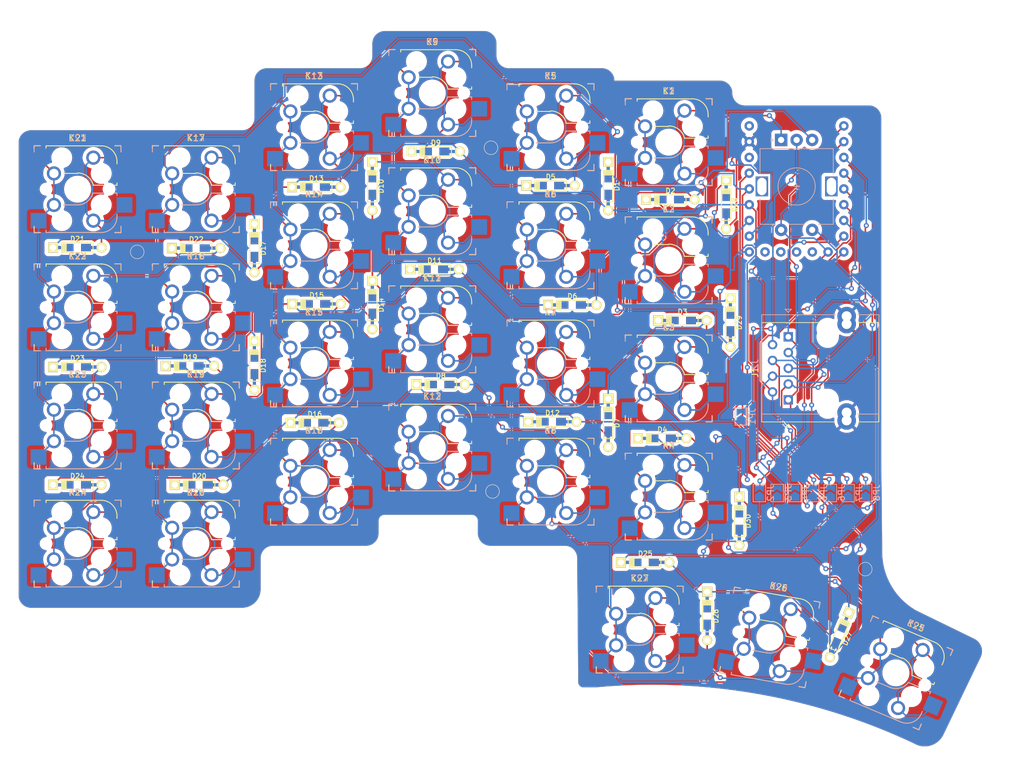
<source format=kicad_pcb>
(kicad_pcb (version 20240108) (generator "pcbnew") (generator_version "8.0")
  (title_block (title "Cheapino") (rev "2") (company "Appman"))
  (layers (0 "F.Cu" signal) (31 "B.Cu" signal) (34 "B.Paste" user) (35 "F.Paste" user) (36 "B.SilkS" user "B.Silkscreen") (37 "F.SilkS" user "F.Silkscreen") (38 "B.Mask" user) (39 "F.Mask" user) (44 "Edge.Cuts" user))
  (net 0 "")
  (net 1 "ROW_1")
  (net 2 "Net-(D1-K)")
  (net 3 "ROW_2")
  (net 4 "Net-(D2-K)")
  (net 5 "ROW_3")
  (net 6 "Net-(D3-K)")
  (net 7 "Net-(D5-A)")
  (net 8 "Net-(D6-A)")
  (net 9 "Net-(D9-K)")
  (net 10 "Net-(D16-A)")
  (net 11 "COL_2")
  (net 12 "COL_3")
  (net 13 "Net-(D21-A)")
  (net 14 "COL_1")
  (net 15 "ROW_4")
  (net 16 "R_COL_1")
  (net 17 "R_COL_2")
  (net 18 "R_COL_3")
  (net 19 "R_ROW_1")
  (net 20 "R_ROW_3")
  (net 21 "R_ROW_2")
  (net 22 "R_ROW_4")
  (net 23 "GND")
  (net 30 "Net-(D4-K)")
  (net 31 "Net-(D7-A)")
  (net 32 "Net-(D8-A)")
  (net 33 "Net-(D10-K)")
  (net 34 "Net-(D11-K)")
  (net 35 "Net-(D12-K)")
  (net 36 "Net-(D13-A)")
  (net 37 "Net-(D14-A)")
  (net 38 "Net-(D15-A)")
  (net 39 "Net-(D17-K)")
  (net 40 "Net-(D18-K)")
  (net 41 "Net-(D24-A)")
  (net 42 "Net-(D26-A)")
  (net 43 "ROW_5")
  (net 44 "Net-(D29-K)")
  (net 45 "R_ROW_5")
  (net 46 "Net-(D19-K)")
  (net 47 "Net-(D20-K)")
  (net 48 "Net-(D22-A)")
  (net 49 "Net-(D23-A)")
  (net 50 "Net-(D25-K)")
  (net 51 "Net-(D27-K)")
  (net 52 "Net-(D28-A)")
  (net 53 "Net-(D30-K)")
  (footprint "Keebio-Parts.pretty-master:Diode-dual" (layer "F.Cu") (at 137.4086 129.035 180)
    (property "Reference" "D25")
    (property "Value" "DIODE" (hide yes))
  )
  (footprint "Keebio-Parts.pretty-master:Diode-dual" (layer "F.Cu") (at 103.6586 62.785 180)
    (property "Reference" "D9")
    (property "Value" "DIODE" (hide yes))
  )
  (footprint "Keyboard switches custom:Kailh_socket_MX_optional_reversible" (layer "F.Cu") (at 136.535 139.865)
    (property "Reference" "K27")
    (property "Value" "SW_Push")
  )
  (footprint "Keyboard switches custom:Kailh_socket_MX_optional_reversible" (layer "F.Cu") (at 84.0586 58.865)
    (property "Reference" "K13")
    (property "Value" "SW_Push")
  )
  (footprint "Keebio-Parts.pretty-master:Diode-dual" (layer "F.Cu") (at 93.4586 68.365 90)
    (property "Reference" "D10")
    (property "Value" "DIODE" (hide yes))
  )
  (footprint "Keebio-Parts.pretty-master:Diode-dual" (layer "F.Cu") (at 74.4586 78.365 90)
    (property "Reference" "D17")
    (property "Value" "DIODE" (hide yes))
  )
  (footprint "Keebio-Parts.pretty-master:Diode-dual" (layer "F.Cu") (at 104.4586 100.365 180)
    (property "Reference" "D8")
    (property "Value" "DIODE" (hide yes))
  )
  (footprint "Keebio-Parts.pretty-master:Diode-dual" (layer "F.Cu") (at 65.0586 78.365 180)
    (property "Reference" "D22")
    (property "Value" "DIODE" (hide yes))
  )
  (footprint "Keebio-Parts.pretty-master:Diode-dual" (layer "F.Cu") (at 131.4586 106.535 90)
    (property "Reference" "D7")
    (property "Value" "DIODE" (hide yes))
  )
  (footprint "Keyboard switches custom:Kailh_socket_MX_optional_reversible" (layer "F.Cu") (at 141.2086 99.385)
    (property "Reference" "K3")
    (property "Value" "SW_Push")
  )
  (footprint "$custom_footprints:MCU_RP2040_Zero_34" (layer "F.Cu") (at 159.268 66.2888)
    (property "Reference" "U1" (hide yes))
    (property "Value" "RP2040-Zero" (hide yes))
  )
  (footprint "Keebio-Parts.pretty-master:Diode-dual" (layer "F.Cu") (at 84.1586 106.535 180)
    (property "Reference" "D16")
    (property "Value" "DIODE" (hide yes))
  )
  (footprint "Keyboard switches custom:Kailh_socket_MX_optional_reversible" (layer "F.Cu") (at 141.2086 61.285)
    (property "Reference" "K1")
    (property "Value" "SW_Push")
  )
  (footprint "Keebio-Parts.pretty-master:Diode-dual" (layer "F.Cu") (at 45.9086 116.535 180)
    (property "Reference" "D24")
    (property "Value" "DIODE" (hide yes))
  )
  (footprint "Keyboard switches custom:Kailh_socket_MX_optional_reversible" (layer "F.Cu") (at 122.1586 116.015)
    (property "Reference" "K8")
    (property "Value" "SW_Push")
  )
  (footprint "Keyboard switches custom:Kailh_socket_MX_optional_reversible" (layer "F.Cu") (at 103.1086 110.515)
    (property "Reference" "K12")
    (property "Value" "SW_Push")
  )
  (footprint "Keebio-Parts.pretty-master:Diode-dual" (layer "F.Cu") (at 93.4586 87.535 90)
    (property "Reference" "D14")
    (property "Value" "DIODE" (hide yes))
  )
  (footprint "Keebio-Parts.pretty-master:Diode-dual" (layer "F.Cu") (at 140.1586 109.035 180)
    (property "Reference" "D4")
    (property "Value" "DIODE" (hide yes))
  )
  (footprint "Keebio-Parts.pretty-master:Diode-dual" (layer "F.Cu") (at 74.4586 97.285 90)
    (property "Reference" "D18")
    (property "Value" "DIODE" (hide yes))
  )
  (footprint "$custom_footprints:RJ45_Ninigi_GE" (layer "F.Cu") (at 160.4786 102.83 90)
    (property "Reference" "J1")
    (property "Value" "RJ45_Shielded")
  )
  (footprint "LOGO" (layer "F.Cu") (at 160.82164 126.797825)
    (property "Reference" "G***" (hide yes))
    (property "Value" "LOGO" (hide yes))
  )
  (footprint "Keebio-Parts.pretty-master:Diode-dual" (layer "F.Cu") (at 122.1586 68.285 180)
    (property "Reference" "D5")
    (property "Value" "DIODE" (hide yes))
  )
  (footprint "Keebio-Parts.pretty-master:Diode-dual" (layer "F.Cu") (at 45.9086 97.535 180)
    (property "Reference" "D23")
    (property "Value" "DIODE" (hide yes))
  )
  (footprint "Keyboard switches custom:Kailh_socket_MX_optional_reversible" (layer "F.Cu") (at 103.1086 91.465)
    (property "Reference" "K11")
    (property "Value" "SW_Push")
  )
  (footprint "Keebio-Parts.pretty-master:Diode-dual" (layer "F.Cu") (at 143.4086 90.035 180)
    (property "Reference" "D3")
    (property "Value" "DIODE" (hide yes))
  )
  (footprint "Keyboard switches custom:Kailh_socket_MX_optional_reversible" (layer "F.Cu") (at 84.0586 77.915)
    (property "Reference" "K14")
    (property "Value" "SW_Push")
  )
  (footprint "Keebio-Parts.pretty-master:Diode-dual" (layer "F.Cu") (at 125.6586 87.535 180)
    (property "Reference" "D6")
    (property "Value" "DIODE" (hide yes))
  )
  (footprint "Keyboard switches custom:Kailh_socket_MX_optional_reversible" (layer "F.Cu") (at 45.9586 126.015)
    (property "Reference" "K24")
    (property "Value" "SW_Push")
  )
  (footprint "Keyboard switches custom:Kailh_socket_MX_optional_reversible" (layer "F.Cu") (at 122.1586 58.865)
    (property "Reference" "K5")
    (property "Value" "SW_Push")
  )
  (footprint "Keyboard switches custom:Kailh_socket_MX_optional_reversible" (layer "F.Cu") (at 45.9586 87.915)
    (property "Reference" "K22")
    (property "Value" "SW_Push")
  )
  (footprint "Keyboard switches custom:Kailh_socket_MX_optional_reversible" (layer "F.Cu") (at 141.2086 118.435)
    (property "Reference" "K4")
    (property "Value" "SW_Push")
  )
  (footprint "Keebio-Parts.pretty-master:Diode-dual" (layer "F.Cu") (at 45.9086 78.285 180)
    (property "Reference" "D21")
    (property "Value" "DIODE" (hide yes))
  )
  (footprint "Keyboard switches custom:Kailh_socket_MX_optional_reversible" (layer "F.Cu") (at 65.0086 106.965)
    (property "Reference" "K19")
    (property "Value" "SW_Push")
  )
  (footprint "Keyboard switches custom:Kailh_socket_MX_optional_reversible" (layer "F.Cu") (at 45.9586 68.865)
    (property "Reference" "K21")
    (property "Value" "SW_Push")
  )
  (footprint "Keyboard switches custom:Kailh_socket_MX_optional_reversible" (layer "F.Cu") (at 84.0586 96.965)
    (property "Reference" "K15")
    (property "Value" "SW_Push")
  )
  (footprint "Keyboard switches custom:Kailh_socket_MX_optional_reversible" (layer "F.Cu") (at 65.008601 68.865)
    (property "Reference" "K17")
    (property "Value" "SW_Push")
  )
  (footprint "Keebio-Parts.pretty-master:Diode-dual" (layer "F.Cu") (at 84.4586 87.365 180)
    (property "Reference" "D15")
    (property "Value" "DIODE" (hide yes))
  )
  (footprint "Keebio-Parts.pretty-master:Diode-dual" (layer "F.Cu") (at 147.4086 137.685 90)
    (property "Reference" "D26")
    (property "Value" "DIODE" (hide yes))
  )
  (footprint "Keebio-Parts.pretty-master:Diode-dual" (layer "F.Cu") (at 168.705624 140.746293 67)
    (property "Reference" "D27")
    (property "Value" "DIODE" (hide yes))
  )
  (footprint "Keebio-Parts.pretty-master:Diode-dual" (layer "F.Cu") (at 150.4586 71.365 90)
    (property "Reference" "D28")
    (property "Value" "DIODE" (hide yes))
  )
  (footprint "Keyboard switches custom:Kailh_socket_MX_optional_reversible" (layer "F.Cu") (at 65.0086 87.915)
    (property "Reference" "K18")
    (property "Value" "SW_Push")
  )
  (footprint "Keyboard switches custom:Kailh_socket_MX_optional_reversible" (layer "F.Cu") (at 157.48904 141.135 -10)
    (property "Reference" "K26")
    (property "Value" "SW_Push")
  )
  (footprint "Keebio-Parts.pretty-master:Diode-dual" (layer "F.Cu") (at 151.1586 90.365 90)
    (property "Reference" "D29")
    (property "Value" "DIODE" (hide yes))
  )
  (footprint "Keyboard switches custom:Kailh_socket_MX_optional_reversible" (layer "F.Cu") (at 65.0086 126.015)
    (property "Reference" "K20")
    (property "Value" "SW_Push")
  )
  (footprint "Keyboard switches custom:Kailh_socket_MX_optional_reversible" (layer "F.Cu") (at 103.1086 72.415)
    (property "Reference" "K10")
    (property "Value" "SW_Push")
  )
  (footprint "Keyboard switches custom:Kailh_socket_MX_optional_reversible" (layer "F.Cu") (at 141.2086 80.335)
    (property "Reference" "K2")
    (property "Value" "SW_Push")
  )
  (footprint "Keebio-Parts.pretty-master:Diode-dual" (layer "F.Cu") (at 103.4586 81.785 180)
    (property "Reference" "D11")
    (property "Value" "DIODE" (hide yes))
  )
  (footprint "Keyboard switches custom:Kailh_socket_MX_optional_reversible" (layer "F.Cu") (at 122.1586 96.965)
    (property "Reference" "K7")
    (property "Value" "SW_Push")
  )
  (footprint "Keyboard switches custom:Kailh_socket_MX_optional_reversible" (layer "F.Cu") (at 177.81 146.850708 -23)
    (property "Reference" "K25")
    (property "Value" "SW_Push")
  )
  (footprint "Keyboard switches custom:Kailh_socket_MX_optional_reversible" (layer "F.Cu") (at 84.0586 116.015)
    (property "Reference" "K16")
    (property "Value" "SW_Push")
  )
  (footprint "Keyboard switches custom:Kailh_socket_MX_optional_reversible" (layer "F.Cu") (at 45.9586 106.965)
    (property "Reference" "K23")
    (property "Value" "SW_Push")
  )
  (footprint "Keebio-Parts.pretty-master:Diode-dual" (layer "F.Cu") (at 141.4586 70.535 180)
    (property "Reference" "D2")
    (property "Value" "DIODE" (hide yes))
  )
  (footprint "Keyboard switches custom:Kailh_socket_MX_optional_reversible" (layer "F.Cu") (at 103.1086 53.365)
    (property "Reference" "K9")
    (property "Value" "SW_Push")
  )
  (footprint "Keyboard switches custom:Kailh_socket_MX_optional_reversible" (layer "F.Cu") (at 122.1586 77.915)
    (property "Reference" "K6")
    (property "Value" "SW_Push")
  )
  (footprint "Keebio-Parts.pretty-master:Diode-dual" (layer "F.Cu") (at 122.4586 106.365 180)
    (property "Reference" "D12")
    (property "Value" "DIODE" (hide yes))
  )
  (footprint "Keebio-Parts.pretty-master:Diode-dual" (layer "F.Cu") (at 64.0586 97.365 180)
    (property "Reference" "D19")
    (property "Value" "DIODE" (hide yes))
  )
  (footprint "Keebio-Parts.pretty-master:Diode-dual" (layer "F.Cu") (at 84.4086 68.535 180)
    (property "Reference" "D13")
    (property "Value" "DIODE" (hide yes))
  )
  (footprint "Keebio-Parts.pretty-master:Diode-dual" (layer "F.Cu") (at 65.533264 116.535 180)
    (property "Reference" "D20")
    (property "Value" "DIODE" (hide yes))
  )
  (footprint "Keebio-Parts.pretty-master:Diode-dual" (layer "F.Cu") (at 131.4586 68.365 90)
    (property "Reference" "D1")
    (property "Value" "DIODE" (hide yes))
  )
  (footprint "Keebio-Parts.pretty-master:Diode-dual" (layer "F.Cu") (at 152.5886 122.375 90)
    (property "Reference" "D30")
    (property "Value" "DIODE" (hide yes))
  )
  (footprint "$custom_footprints:RJ45_Ninigi_GE" (layer "B.Cu") (at 160.4786 92.67 -90)
    (property "Reference" "J2")
    (property "Value" "RJ45_Shielded")
  )
  (footprint "Jumper:SolderJumper-2_P1.3mm_Open_TrianglePad1.0x1.5mm" (layer "B.Cu") (at 172.935823 117.820227 90)
    (property "Reference" "JP8")
    (property "Value" "SolderJumper_2_Open")
  )
  (footprint "Jumper:SolderJumper-2_P1.3mm_Open_TrianglePad1.0x1.5mm" (layer "B.Cu") (at 164.393599 117.86 90)
    (property "Reference" "JP5")
    (property "Value" "SolderJumper_2_Open")
  )
  (footprint "Jumper:SolderJumper-2_P1.3mm_Open_TrianglePad1.0x1.5mm" (layer "B.Cu") (at 152.890934 105.518 90)
    (property "Reference" "JP1")
    (property "Value" "SolderJumper_2_Open")
  )
  (footprint "Jumper:SolderJumper-2_P1.3mm_Open_TrianglePad1.0x1.5mm" (layer "B.Cu") (at 155.8186 117.86 90)
    (property "Reference" "JP2")
    (property "Value" "SolderJumper_2_Open")
  )
  (footprint "Jumper:SolderJumper-2_P1.3mm_Open_TrianglePad1.0x1.5mm" (layer "B.Cu") (at 161.535266 117.86 90)
    (property "Reference" "JP4")
    (property "Value" "SolderJumper_2_Open" (hide yes))
  )
  (footprint "Jumper:SolderJumper-2_P1.3mm_Open_TrianglePad1.0x1.5mm" (layer "B.Cu") (at 158.676933 117.86 90)
    (property "Reference" "JP3")
    (property "Value" "SolderJumper_2_Open")
  )
  (footprint "Jumper:SolderJumper-2_P1.3mm_Open_TrianglePad1.0x1.5mm" (layer "B.Cu") (at 170.110267 117.86 90)
    (property "Reference" "JP7")
    (property "Value" "SolderJumper_2_Open")
  )
  (footprint "Jumper:SolderJumper-2_P1.3mm_Open_TrianglePad1.0x1.5mm" (layer "B.Cu") (at 167.251932 117.86 90)
    (property "Reference" "JP6")
    (property "Value" "SolderJumper_2_Open")
  )
  (footprint "LOGO" (layer "B.Cu") (at 168.48556 111.767825 180)
    (property "Reference" "G***" (hide yes))
    (property "Value" "LOGO" (hide yes))
  )
  (footprint "$custom_footprints:RotaryEncoder_Alps_EC11E-Switch_Vertical_H20mm" (layer "B.Cu") (at 159.3226 60.9294 -90)
    (property "Reference" "ENC1" (hide yes))
    (property "Value" "RotaryEncoder_Switch" (hide yes))
  )
  (gr_line (start 124.4586 126.365) (end 112.4586 126.365) (stroke (width 0.0381)) (layer "Edge.Cuts"))
  (gr_line (start 126.629274 148.365) (end 126.4586 128.365) (stroke (width 0.0381)) (layer "Edge.Cuts"))
  (gr_line (start 36.4586 134.365) (end 36.4586 61.365) (stroke (width 0.0381)) (layer "Edge.Cuts"))
  (gr_arc (start 130.4586 49.365) (mid 131.872814 49.950786) (end 132.4586 51.365) (stroke (width 0.0381)) (layer "Edge.Cuts"))
  (gr_arc (start 149.4586 51.365) (mid 150.872814 51.950786) (end 151.4586 53.365) (stroke (width 0.0381)) (layer "Edge.Cuts"))
  (gr_arc (start 94.4586 122.365) (mid 94.751493 121.657893) (end 95.4586 121.365) (stroke (width 0.0381)) (layer "Edge.Cuts"))
  (gr_line (start 175.4586 57.365) (end 175.4586 112.365) (stroke (width 0.0381)) (layer "Edge.Cuts"))
  (gr_arc (start 38.4586 136.365) (mid 37.044386 135.779214) (end 36.4586 134.365) (stroke (width 0.0381)) (layer "Edge.Cuts"))
  (gr_arc (start 190.419521 141.345934) (mid 191.57992 142.657894) (end 191.489191 144.30132) (stroke (width 0.0381)) (layer "Edge.Cuts"))
  (gr_line (start 110.4586 124.365) (end 110.4586 122.365) (stroke (width 0.0381)) (layer "Edge.Cuts"))
  (gr_arc (start 109.4586 121.365) (mid 110.165707 121.657893) (end 110.4586 122.365) (stroke (width 0.0381)) (layer "Edge.Cuts"))
  (gr_line (start 175.4586 112.365) (end 175.615465 127.588509) (stroke (width 0.0381)) (layer "Edge.Cuts"))
  (gr_circle (center 172.8786 130.125) (end 173.9786 130.125) (stroke (width 0.1)) (fill none) (layer "Edge.Cuts"))
  (gr_line (start 94.4586 122.365) (end 94.4586 124.365) (stroke (width 0.0381)) (layer "Edge.Cuts"))
  (gr_line (start 127.598127 149.182505) (end 129.442862 149.194284) (stroke (width 0.0381)) (layer "Edge.Cuts"))
  (gr_line (start 93.4586 47.365) (end 93.4586 45.365) (stroke (width 0.0381)) (layer "Edge.Cuts"))
  (gr_arc (start 127.598127 149.182505) (mid 126.923778 148.998836) (end 126.629274 148.365) (stroke (width 0.0381)) (layer "Edge.Cuts"))
  (gr_line (start 75.4586 128.365) (end 75.4586 133.365) (stroke (width 0.0381)) (layer "Edge.Cuts"))
  (gr_line (start 38.4586 59.365) (end 72.4586 59.365) (stroke (width 0.0381)) (layer "Edge.Cuts"))
  (gr_line (start 92.4586 126.365) (end 77.4586 126.365) (stroke (width 0.0381)) (layer "Edge.Cuts"))
  (gr_circle (center 112.8186 117.605) (end 113.9186 117.605) (stroke (width 0.1)) (fill none) (layer "Edge.Cuts"))
  (gr_line (start 132.4586 51.365) (end 149.4586 51.365) (stroke (width 0.0381)) (layer "Edge.Cuts"))
  (gr_arc (start 74.4586 57.365) (mid 73.872814 58.779214) (end 72.4586 59.365) (stroke (width 0.0381)) (layer "Edge.Cuts"))
  (gr_line (start 113.4586 45.365) (end 113.4586 47.365) (stroke (width 0.0381)) (layer "Edge.Cuts"))
  (gr_arc (start 111.4586 43.365) (mid 112.872814 43.950786) (end 113.4586 45.365) (stroke (width 0.0381)) (layer "Edge.Cuts"))
  (gr_arc (start 181.160172 136.828097) (mid 177.426626 133.368914) (end 175.615465 127.588509) (stroke (width 0.0381)) (layer "Edge.Cuts"))
  (gr_line (start 115.4586 49.365) (end 130.4586 49.365) (stroke (width 0.0381)) (layer "Edge.Cuts"))
  (gr_line (start 185.489909 156.789283) (end 191.489191 144.30132) (stroke (width 0.0381)) (layer "Edge.Cuts"))
  (gr_line (start 95.4586 43.365) (end 111.4586 43.365) (stroke (width 0.0381)) (layer "Edge.Cuts"))
  (gr_arc (start 75.4586 133.365) (mid 74.57992 135.48632) (end 72.4586 136.365) (stroke (width 0.0381)) (layer "Edge.Cuts"))
  (gr_arc (start 74.4586 51.365) (mid 75.044386 49.950786) (end 76.4586 49.365) (stroke (width 0.0381)) (layer "Edge.Cuts"))
  (gr_arc (start 36.4586 61.365) (mid 37.044386 59.950786) (end 38.4586 59.365) (stroke (width 0.0381)) (layer "Edge.Cuts"))
  (gr_line (start 74.4586 57.365) (end 74.4586 51.365) (stroke (width 0.0381)) (layer "Edge.Cuts"))
  (gr_arc (start 115.4586 49.365) (mid 114.044386 48.779214) (end 113.4586 47.365) (stroke (width 0.0381)) (layer "Edge.Cuts"))
  (gr_arc (start 94.4586 124.365) (mid 93.872814 125.779214) (end 92.4586 126.365) (stroke (width 0.0381)) (layer "Edge.Cuts"))
  (gr_line (start 153.4586 55.365) (end 171.4586 55.365) (stroke (width 0.0381)) (layer "Edge.Cuts"))
  (gr_arc (start 112.4586 126.365) (mid 111.044386 125.779214) (end 110.4586 124.365) (stroke (width 0.0381)) (layer "Edge.Cuts"))
  (gr_line (start 109.4586 121.365) (end 95.4586 121.365) (stroke (width 0.0381)) (layer "Edge.Cuts"))
  (gr_line (start 190.419521 141.345934) (end 181.160172 136.828097) (stroke (width 0.0381)) (layer "Edge.Cuts"))
  (gr_arc (start 93.4586 47.365) (mid 92.872814 48.779214) (end 91.4586 49.365) (stroke (width 0.0381)) (layer "Edge.Cuts"))
  (gr_arc (start 129.442862 149.194284) (mid 155.725051 150.285492) (end 180.789261 158.268574) (stroke (width 0.0381)) (layer "Edge.Cuts"))
  (gr_line (start 76.4586 49.365) (end 91.4586 49.365) (stroke (width 0.0381)) (layer "Edge.Cuts"))
  (gr_arc (start 153.4586 55.365) (mid 152.044386 54.779214) (end 151.4586 53.365) (stroke (width 0.0381)) (layer "Edge.Cuts"))
  (gr_arc (start 75.4586 128.365) (mid 76.044386 126.950786) (end 77.4586 126.365) (stroke (width 0.0381)) (layer "Edge.Cuts"))
  (gr_arc (start 93.4586 45.365) (mid 94.044386 43.950786) (end 95.4586 43.365) (stroke (width 0.0381)) (layer "Edge.Cuts"))
  (gr_line (start 171.4586 55.365) (end 173.4586 55.365) (stroke (width 0.0381)) (layer "Edge.Cuts"))
  (gr_arc (start 124.4586 126.365) (mid 125.872814 126.950786) (end 126.4586 128.365) (stroke (width 0.0381)) (layer "Edge.Cuts"))
  (gr_line (start 71.4586 136.365) (end 38.4586 136.365) (stroke (width 0.0381)) (layer "Edge.Cuts"))
  (gr_arc (start 173.4586 55.365) (mid 174.872814 55.950786) (end 175.4586 57.365) (stroke (width 0.0381)) (layer "Edge.Cuts"))
  (gr_line (start 71.4586 136.365) (end 72.4586 136.365) (stroke (width 0.0381)) (layer "Edge.Cuts"))
  (gr_arc (start 185.489909 156.789283) (mid 183.464089 158.559748) (end 180.789261 158.268573) (stroke (width 0.0381)) (layer "Edge.Cuts"))
  (gr_circle (center 55.5686 78.985) (end 56.6686 78.985) (stroke (width 0.1)) (fill none) (layer "Edge.Cuts"))
  (gr_circle (center 112.5686 62.185) (end 113.6686 62.185) (stroke (width 0.1)) (fill none) (layer "Edge.Cuts"))
  (segment (start 155.275 72.4558) (end 154.188 71.3688) (width 0.25) (layer "F.Cu") (net 1))
  (segment (start 79.0396 68.535) (end 75.9186 71.656) (width 0.25) (layer "F.Cu") (net 1))
  (segment (start 75.9186 80.805) (end 74.4586 82.265) (width 0.25) (layer "F.Cu") (net 1))
  (segment (start 75.9186 71.656) (end 75.9186 80.805) (width 0.25) (layer "F.Cu") (net 1))
  (segment (start 155.275 81.3106) (end 155.275 72.4558) (width 0.25) (layer "F.Cu") (net 1))
  (segment (start 80.5086 68.535) (end 79.0396 68.535) (width 0.25) (layer "F.Cu") (net 1))
  (segment (start 154.5106 82.075) (end 155.275 81.3106) (width 0.25) (layer "F.Cu") (net 1))
  (via (at 154.5106 82.075) (size 0.8) (drill 0.4) (layers "F.Cu" "B.Cu") (net 1))
  (segment (start 81.6336 67.41) (end 88.2636 67.41) (width 0.25) (layer "B.Cu") (net 1))
  (segment (start 146.115791 71.3688) (end 154.188 71.3688) (width 0.25) (layer "B.Cu") (net 1))
  (segment (start 155.5466 93.367) (end 156.4486 92.465) (width 0.25) (layer "B.Cu") (net 1))
  (segment (start 106.4336 61.66) (end 107.5586 62.785) (width 0.25) (layer "B.Cu") (net 1))
  (segment (start 160.780266 118.585) (end 159.683933 117.488667) (width 0.25) (layer "B.Cu") (net 1))
  (segment (start 145.219591 72.265) (end 146.115791 71.3688) (width 0.25) (layer "B.Cu") (net 1))
  (segment (start 156.4486 92.465) (end 156.4486 84.013) (width 0.25) (layer "B.Cu") (net 1))
  (segment (start 128.6036 69.41) (end 131.4586 72.265) (width 0.25) (layer "B.Cu") (net 1))
  (segment (start 113.0586 68.285) (end 118.2586 68.285) (width 0.25) (layer "B.Cu") (net 1))
  (segment (start 55.954486 76.720377) (end 68.913977 76.720377) (width 0.25) (layer "B.Cu") (net 1))
  (segment (start 92.5086 63.165) (end 97.1286 63.165) (width 0.25) (layer "B.Cu") (net 1))
  (segment (start 43.610071 76.683529) (end 55.639152 76.683529) (width 0.25) (layer "B.Cu") (net 1))
  (segment (start 97.1286 63.165) (end 98.6336 61.66) (width 0.25) (layer "B.Cu") (net 1))
  (segment (start 88.2636 67.41) (end 92.5086 63.165) (width 0.25) (layer "B.Cu") (net 1))
  (segment (start 161.535266 118.585) (end 160.780266 118.585) (width 0.25) (layer "B.Cu") (net 1))
  (segment (start 80.5086 68.535) (end 81.6336 67.41) (width 0.25) (layer "B.Cu") (net 1))
  (segment (start 42.0086 78.285) (end 43.610071 76.683529) (width 0.25) (layer "B.Cu") (net 1))
  (segment (start 119.3836 69.41) (end 128.6036 69.41) (width 0.25) (layer "B.Cu") (net 1))
  (segment (start 155.5466 112.391213) (end 155.5466 93.367) (width 0.25) (layer "B.Cu") (net 1))
  (segment (start 55.639152 76.683529) (end 55.954486 76.720377) (width 0.25) (layer "B.Cu") (net 1))
  (segment (start 156.4486 84.013) (end 154.5106 82.075) (width 0.25) (layer "B.Cu") (net 1))
  (segment (start 131.4586 72.265) (end 145.219591 72.265) (width 0.25) (layer "B.Cu") (net 1))
  (segment (start 107.5586 62.785) (end 113.0586 68.285) (width 0.25) (layer "B.Cu") (net 1))
  (segment (start 118.2586 68.285) (end 119.3836 69.41) (width 0.25) (layer "B.Cu") (net 1))
  (segment (start 159.683933 116.528546) (end 155.5466 112.391213) (width 0.25) (layer "B.Cu") (net 1))
  (segment (start 98.6336 61.66) (end 106.4336 61.66) (width 0.25) (layer "B.Cu") (net 1))
  (segment (start 68.913977 76.720377) (end 74.4586 82.265) (width 0.25) (layer "B.Cu") (net 1))
  (segment (start 159.683933 117.488667) (end 159.683933 116.528546) (width 0.25) (layer "B.Cu") (net 1))
  (segment (start 143.7486 56.205) (end 146.2286 56.205) (width 0.25) (layer "F.Cu") (net 2))
  (segment (start 146.2286 56.205) (end 148.7686 58.745) (width 0.25) (layer "F.Cu") (net 2))
  (segment (start 146.2286 66.365) (end 148.7686 63.825) (width 0.25) (layer "B.Cu") (net 2))
  (segment (start 143.7486 56.205) (end 142.6056 57.348) (width 0.25) (layer "B.Cu") (net 2))
  (segment (start 143.679946 60.063653) (end 143.679946 62.506347) (width 0.25) (layer "B.Cu") (net 2))
  (segment (start 133.7686 68.244) (end 131.4586 65.934) (width 0.25) (layer "B.Cu") (net 2))
  (segment (start 131.4586 65.934) (end 131.4586 64.465) (width 0.25) (layer "B.Cu") (net 2))
  (segment (start 143.1396 65.756) (end 143.7486 66.365) (width 0.25) (layer "B.Cu") (net 2))
  (segment (start 141.8696 68.244) (end 133.7686 68.244) (width 0.25) (layer "B.Cu") (net 2))
  (segment (start 143.7486 66.365) (end 146.2286 66.365) (width 0.25) (layer "B.Cu") (net 2))
  (segment (start 143.1396 63.046693) (end 143.1396 65.756) (width 0.25) (layer "B.Cu") (net 2))
  (segment (start 142.6056 57.348) (end 142.6056 58.989307) (width 0.25) (layer "B.Cu") (net 2))
  (segment (start 143.679946 62.506347) (end 143.1396 63.046693) (width 0.25) (layer "B.Cu") (net 2))
  (segment (start 143.7486 66.365) (end 141.8696 68.244) (width 0.25) (layer "B.Cu") (net 2))
  (segment (start 142.6056 58.989307) (end 143.679946 60.063653) (width 0.25) (layer "B.Cu") (net 2))
  (segment (start 139.446907 73.376) (end 140.5476 74.476693) (width 0.25) (layer "F.Cu") (net 3))
  (segment (start 162.8886 118.595) (end 162.8886 116.595) (width 0.25) (layer "F.Cu") (net 3))
  (segment (start 93.4586 83.635) (end 94.6686 84.845) (width 0.25) (layer "F.Cu") (net 3))
  (segment (start 74.0956 85.255) (end 74.0956 91.688) (width 0.25) (layer "F.Cu") (net 3))
  (segment (start 145.3586 70.535) (end 144.2336 69.41) (width 0.25) (layer "F.Cu") (net 3))
  (segment (start 162.8886 119.285) (end 163.5486 119.945) (width 0.25) (layer "F.Cu") (net 3))
  (segment (start 94.6686 84.845) (end 94.6686 94.585) (width 0.25) (layer "F.Cu") (net 3))
  (segment (start 90.5116 87.927009) (end 87.839591 85.255) (width 0.25) (layer "F.Cu") (net 3))
  (segment (start 135.2956 70.585) (end 138.0866 73.376) (width 0.25) (layer "F.Cu") (net 3))
  (segment (start 134.764766 79.1051) (end 133.9186 79.951266) (width 0.25) (layer "F.Cu") (net 3))
  (segment (start 73.2086 99.935) (end 74.4586 101.185) (width 0.25) (layer "F.Cu") (net 3))
  (segment (start 138.006666 79.263) (end 136.795941 79.263) (width 0.25) (layer "F.Cu") (net 3))
  (segment (start 123.2886 89.065) (end 121.7586 87.535) (width 0.25) (layer "F.Cu") (net 3))
  (segment (start 133.9186 79.951266) (end 133.9186 88.317068) (width 0.25) (layer "F.Cu") (net 3))
  (segment (start 140.5476 76.722066) (end 138.006666 79.263) (width 0.25) (layer "F.Cu") (net 3))
  (segment (start 138.0866 73.376) (end 139.446907 73.376) (width 0.25) (layer "F.Cu") (net 3))
  (segment (start 140.5476 74.476693) (end 140.5476 76.722066) (width 0.25) (layer "F.Cu") (net 3))
  (segment (start 153.101 106.8074) (end 153.101 69.9158) (width 0.25) (layer "F.Cu") (net 3))
  (segment (start 136.638041 79.1051) (end 134.764766 79.1051) (width 0.25) (layer "F.Cu") (net 3))
  (segment (start 61.1586 78.365) (end 61.1586 78.521066) (width 0.25) (layer "F.Cu") (net 3))
  (segment (start 133.9186 88.317068) (end 133.170668 89.065) (width 0.25) (layer "F.Cu") (net 3))
  (segment (start 73.2086 92.575) (end 73.2086 99.935) (width 0.25) (layer "F.Cu") (net 3))
  (segment (start 136.795941 79.263) (end 136.638041 79.1051) (width 0.25) (layer "F.Cu") (net 3))
  (segment (start 64.004534 81.367) (end 71.5896 81.367) (width 0.25) (layer "F.Cu") (net 3))
  (segment (start 90.5116 90.428) (end 90.5116 87.927009) (width 0.25) (layer "F.Cu") (net 3))
  (segment (start 144.2336 69.41) (end 136.4706 69.41) (width 0.25) (layer "F.Cu") (net 3))
  (segment (start 153.101 69.9158) (end 154.188 68.8288) (width 0.25) (layer "F.Cu") (net 3))
  (segment (start 93.4586 83.635) (end 93.4586 72.265) (width 0.25) (layer "F.Cu") (net 3))
  (segment (start 162.8886 118.595) (end 162.8886 119.285) (width 0.25) (layer "F.Cu") (net 3))
  (segment (start 133.170668 89.065) (end 123.2886 89.065) (width 0.25) (layer "F.Cu") (net 3))
  (segment (start 87.839591 85.255) (end 74.0956 85.255) (width 0.25) (layer "F.Cu") (net 3))
  (segment (start 94.6686 94.585) (end 90.5116 90.428) (width 0.25) (layer "F.Cu") (net 3))
  (segment (start 61.1586 78.521066) (end 64.004534 81.367) (width 0.25) (layer "F.Cu") (net 3))
  (segment (start 74.0956 91.688) (end 73.2086 92.575) (width 0.25) (layer "F.Cu") (net 3))
  (segment (start 71.5896 81.367) (end 74.0956 83.873) (width 0.25) (layer "F.Cu") (net 3))
  (segment (start 136.4706 69.41) (end 135.2956 70.585) (width 0.25) (layer "F.Cu") (net 3))
  (segment (start 74.0956 83.873) (end 74.0956 85.255) (width 0.25) (layer "F.Cu") (net 3))
  (segment (start 162.8886 116.595) (end 153.101 106.8074) (width 0.25) (layer "F.Cu") (net 3))
  (via (at 163.5486 119.945) (size 0.8) (drill 0.4) (layers "F.Cu" "B.Cu") (net 3))
  (segment (start 151.7286 66.34) (end 151.7286 68.135) (width 0.25) (layer "B.Cu") (net 3))
  (segment (start 96.4336 80.66) (end 110.5436 80.66) (width 0.25) (layer "B.Cu") (net 3))
  (segment (start 110.5436 80.66) (end 117.4186 87.535) (width 0.25) (layer "B.Cu") (net 3))
  (segment (start 149.3336 66.34) (end 151.7286 66.34) (width 0.25) (layer "B.Cu") (net 3))
  (segment (start 93.4586 83.635) (end 96.4336 80.66) (width 0.25) (layer "B.Cu") (net 3))
  (segment (start 151.7286 68.135) (end 152.4224 68.8288) (width 0.25) (layer "B.Cu") (net 3))
  (segment (start 152.4224 68.8288) (end 154.188 68.8288) (width 0.25) (layer "B.Cu") (net 3))
  (segment (start 163.5486 119.429999) (end 164.393599 118.585) (width 0.25) (layer "B.Cu") (net 3))
  (segment (start 117.4186 87.535) (end 121.7586 87.535) (width 0.25) (layer "B.Cu") (net 3))
  (segment (start 145.3586 70.315) (end 149.3336 66.34) (width 0.25) (layer "B.Cu") (net 3))
  (segment (start 145.3586 70.535) (end 145.3586 70.315) (width 0.25) (layer "B.Cu") (net 3))
  (segment (start 163.5486 119.945) (end 163.5486 119.429999) (width 0.25) (layer "B.Cu") (net 3))
  (segment (start 143.7486 75.255) (end 146.2286 75.255) (width 0.25) (layer "F.Cu") (net 4))
  (segment (start 143.7486 75.255) (end 139.0286 70.535) (width 0.25) (layer "F.Cu") (net 4))
  (segment (start 146.2286 75.255) (end 148.7686 77.795) (width 0.25) (layer "F.Cu") (net 4))
  (segment (start 139.0286 70.535) (end 137.5586 70.535) (width 0.25) (layer "F.Cu") (net 4))
  (segment (start 143.1396 84.806) (end 143.7486 85.415) (width 0.25) (layer "B.Cu") (net 4))
  (segment (start 143.1396 82.096693) (end 143.1396 84.806) (width 0.25) (layer "B.Cu") (net 4))
  (segment (start 142.6056 76.398) (end 142.6056 78.039307) (width 0.25) (layer "B.Cu") (net 4))
  (segment (start 143.5815 81.654793) (end 143.1396 82.096693) (width 0.25) (layer "B.Cu") (net 4))
  (segment (start 143.5815 79.015207) (end 143.5815 81.654793) (width 0.25) (layer "B.Cu") (net 4))
  (segment (start 143.7486 75.255) (end 142.6056 76.398) (width 0.25) (layer "B.Cu") (net 4))
  (segment (start 146.2286 85.415) (end 148.7686 82.875) (width 0.25) (layer "B.Cu") (net 4))
  (segment (start 142.6056 78.039307) (end 143.5815 79.015207) (width 0.25) (layer "B.Cu") (net 4))
  (segment (start 143.7486 85.415) (end 146.2286 85.415) (width 0.25) (layer "B.Cu") (net 4))
  (segment (start 166.0086 122.335) (end 166.0086 120.305) (width 0.25) (layer "F.Cu") (net 5))
  (segment (start 165.7986 122.545) (end 166.0086 122.335) (width 0.25) (layer "F.Cu") (net 5))
  (segment (start 152.5531 97.6005) (end 152.5531 103.4805) (width 0.25) (layer "F.Cu") (net 5))
  (segment (start 147.3086 90.035) (end 147.3086 92.356) (width 0.25) (layer "F.Cu") (net 5))
  (segment (start 152.5531 103.4805) (end 151.4786 104.555) (width 0.25) (layer "F.Cu") (net 5))
  (segment (start 75.5836 91.041) (end 79.2596 87.365) (width 0.25) (layer "F.Cu") (net 5))
  (segment (start 160.1786 114.445) (end 160.1786 121.855) (width 0.25) (layer "F.Cu") (net 5))
  (segment (start 72.9036 102.31) (end 74.924591 102.31) (width 0.25) (layer "F.Cu") (net 5))
  (segment (start 152.7056 67.7712) (end 152.7056 97.448) (width 0.25) (layer "F.Cu") (net 5))
  (segment (start 74.924591 102.31) (end 75.5836 101.650991) (width 0.25) (layer "F.Cu") (net 5))
  (segment (start 75.5836 101.650991) (end 75.5836 91.041) (width 0.25) (layer "F.Cu") (net 5))
  (segment (start 147.3086 92.356) (end 152.5531 97.6005) (width 0.25) (layer "F.Cu") (net 5))
  (segment (start 79.2596 87.365) (end 80.5586 87.365) (width 0.25) (layer "F.Cu") (net 5))
  (segment (start 166.0086 120.305) (end 165.8886 120.185) (width 0.25) (layer "F.Cu") (net 5))
  (segment (start 67.9586 97.365) (end 72.9036 102.31) (width 0.25) (layer "F.Cu") (net 5))
  (segment (start 154.188 66.2888) (end 152.7056 67.7712) (width 0.25) (layer "F.Cu") (net 5))
  (segment (start 160.8686 122.545) (end 165.7986 122.545) (width 0.25) (layer "F.Cu") (net 5))
  (segment (start 160.1786 121.855) (end 160.8686 122.545) (width 0.25) (layer "F.Cu") (net 5))
  (segment (start 151.4786 104.555) (end 151.4786 105.745) (width 0.25) (layer "F.Cu") (net 5))
  (segment (start 151.4786 105.745) (end 160.1786 114.445) (width 0.25) (layer "F.Cu") (net 5))
  (segment (start 152.7056 97.448) (end 152.5531 97.6005) (width 0.25) (layer "F.Cu") (net 5))
  (via (at 165.8886 120.185) (size 0.8) (drill 0.4) (layers "F.Cu" "B.Cu") (net 5))
  (segment (start 81.6836 88.49) (end 91.2936 88.49) (width 0.25) (layer "B.Cu") (net 5))
  (segment (start 91.2936 88.49) (end 92.5966 87.187) (width 0.25) (layer "B.Cu") (net 5))
  (segment (start 119.7857 97.947887) (end 121.802813 99.965) (width 0.25) (layer "B.Cu") (net 5))
  (segment (start 121.4976 94.270213) (end 119.7857 95.982113) (width 0.25) (layer "B.Cu") (net 5))
  (segment (start 101.6266 82.637) (end 106.5066 82.637) (width 0.25) (layer "B.Cu") (net 5))
  (segment (start 121.802813 101.225279) (end 124.090534 103.513) (width 0.25) (layer "B.Cu") (net 5))
  (segment (start 80.5586 87.365) (end 81.6836 88.49) (width 0.25) (layer "B.Cu") (net 5))
  (segment (start 165.8886 119.948332) (end 167.251932 118.585) (width 0.25) (layer "B.Cu") (net 5))
  (segment (start 43.3686 96.175) (end 66.7686 96.175) (width 0.25) (layer "B.Cu") (net 5))
  (segment (start 130.5806 103.513) (end 131.4586 102.635) (width 0.25) (layer "B.Cu") (net 5))
  (segment (start 131.4586 102.635) (end 131.4586 98.857693) (width 0.25) (layer "B.Cu") (net 5))
  (segment (start 131.4586 98.857693) (end 139.156293 91.16) (width 0.25) (layer "B.Cu") (net 5))
  (segment (start 119.7857 95.982113) (end 119.7857 97.947887) (width 0.25) (layer "B.Cu") (net 5))
  (segment (start 42.0086 97.535) (end 43.3686 96.175) (width 0.25) (layer "B.Cu") (net 5))
  (segment (start 115.5796 90.006) (end 120.396907 90.006) (width 0.25) (layer "B.Cu") (net 5))
  (segment (start 124.090534 103.513) (end 130.5806 103.513) (width 0.25) (layer "B.Cu") (net 5))
  (segment (start 92.5966 87.187) (end 97.0766 87.187) (width 0.25) (layer "B.Cu") (net 5))
  (segment (start 121.802813 99.965) (end 121.802813 101.225279) (width 0.25) (layer "B.Cu") (net 5))
  (segment (start 165.8886 120.185) (end 165.8886 119.948332) (width 0.25) (layer "B.Cu") (net 5))
  (segment (start 139.156293 91.16) (end 146.1836 91.16) (width 0.25) (layer "B.Cu") (net 5))
  (segment (start 66.7686 96.175) (end 67.9586 97.365) (width 0.25) (layer "B.Cu") (net 5))
  (segment (start 97.0766 87.187) (end 101.6266 82.637) (width 0.25) (layer "B.Cu") (net 5))
  (segment (start 106.5066 82.637) (end 107.3586 81.785) (width 0.25) (layer "B.Cu") (net 5))
  (segment (start 107.3586 81.785) (end 115.5796 90.006) (width 0.25) (layer "B.Cu") (net 5))
  (segment (start 120.396907 90.006) (end 121.4976 91.106693) (width 0.25) (layer "B.Cu") (net 5))
  (segment (start 146.1836 91.16) (end 147.3086 90.035) (width 0.25) (layer "B.Cu") (net 5))
  (segment (start 121.4976 91.106693) (end 121.4976 94.270213) (width 0.25) (layer "B.Cu") (net 5))
  (segment (start 143.7486 94.305) (end 139.5086 90.065) (width 0.25) (layer "F.Cu") (net 6))
  (segment (start 139.5086 90.065) (end 139.5086 90.035) (width 0.25) (layer "F.Cu") (net 6))
  (segment (start 146.2286 94.305) (end 143.7486 94.305) (width 0.25) (layer "F.Cu") (net 6))
  (segment (start 148.7686 96.845) (end 146.2286 94.305) (width 0.25) (layer "F.Cu") (net 6))
  (segment (start 142.6056 97.426213) (end 143.5815 98.402113) (width 0.25) (layer "B.Cu") (net 6))
  (segment (start 143.7486 104.465) (end 146.2286 104.465) (width 0.25) (layer "B.Cu") (net 6))
  (segment (start 143.7486 94.305) (end 142.6056 95.448) (width 0.25) (layer "B.Cu") (net 6))
  (segment (start 143.5815 100.5721) (end 143.1396 101.014) (width 0.25) (layer "B.Cu") (net 6))
  (segment (start 143.5815 98.402113) (end 143.5815 100.5721) (width 0.25) (layer "B.Cu") (net 6))
  (segment (start 143.1396 103.856) (end 143.7486 104.465) (width 0.25) (layer "B.Cu") (net 6))
  (segment (start 143.1396 101.014) (end 143.1396 103.856) (width 0.25) (layer "B.Cu") (net 6))
  (segment (start 142.6056 95.448) (end 142.6056 97.426213) (width 0.25) (layer "B.Cu") (net 6))
  (segment (start 146.2286 104.465) (end 148.7686 101.925) (width 0.25) (layer "B.Cu") (net 6))
  (segment (start 127.1786 53.785) (end 129.7186 56.325) (width 0.25) (layer "F.Cu") (net 7))
  (segment (start 124.6986 53.785) (end 127.1786 53.785) (width 0.25) (layer "F.Cu") (net 7))
  (segment (start 124.6986 63.945) (end 126.085907 63.945) (width 0.25) (layer "B.Cu") (net 7))
  (segment (start 126.0586 68.285) (end 126.0586 65.065) (width 0.25) (layer "B.Cu") (net 7))
  (segment (start 124.0896 60.626693) (end 124.0896 63.336) (width 0.25) (layer "B.Cu") (net 7))
  (segment (start 124.0896 63.796) (end 125.2786 64.985) (width 0.25) (layer "B.Cu") (net 7))
  (segment (start 126.085907 63.945) (end 128.625907 61.405) (width 0.25) (layer "B.Cu") (net 7))
  (segment (start 126.0586 65.065) (end 129.7186 61.405) (width 0.25) (layer "B.Cu") (net 7))
  (segment (start 124.6986 53.785) (end 123.5556 54.928) (width 0.25) (layer "B.Cu") (net 7))
  (segment (start 124.599946 57.613653) (end 124.599946 60.116347) (width 0.25) (layer "B.Cu") (net 7))
  (segment (start 124.0896 60.626693) (end 124.0896 63.796) (width 0.25) (layer "B.Cu") (net 7))
  (segment (start 123.5556 54.928) (end 123.5556 56.569307) (width 0.25) (layer "B.Cu") (net 7))
  (segment (start 124.0896 63.336) (end 124.6986 63.945) (width 0.25) (layer "B.Cu") (net 7))
  (segment (start 124.599946 60.116347) (end 124.0896 60.626693) (width 0.25) (layer "B.Cu") (net 7))
  (segment (start 128.625907 61.405) (end 129.7186 61.405) (width 0.25) (layer "B.Cu") (net 7))
  (segment (start 123.5556 56.569307) (end 124.599946 57.613653) (width 0.25) (layer "B.Cu") (net 7))
  (segment (start 127.1786 72.835) (end 129.7186 75.375) (width 0.25) (layer "F.Cu") (net 8))
  (segment (start 124.6986 72.835) (end 127.1786 72.835) (width 0.25) (layer "F.Cu") (net 8))
  (segment (start 129.5586 87.535) (end 129.5586 80.615) (width 0.25) (layer "B.Cu") (net 8))
  (segment (start 124.0896 82.386) (end 124.6986 82.995) (width 0.25) (layer "B.Cu") (net 8))
  (segment (start 124.5315 76.595207) (end 124.5315 79.0421) (width 0.25) (layer "B.Cu") (net 8))
  (segment (start 124.0896 79.484) (end 124.0896 82.386) (width 0.25) (layer "B.Cu") (net 8))
  (segment (start 124.5315 79.0421) (end 124.0896 79.484) (width 0.25) (layer "B.Cu") (net 8))
  (segment (start 124.6986 82.995) (end 127.1786 82.995) (width 0.25) (layer "B.Cu") (net 8))
  (segment (start 127.1786 82.995) (end 129.7186 80.455) (width 0.25) (layer "B.Cu") (net 8))
  (segment (start 129.5586 80.615) (end 129.7186 80.455) (width 0.25) (layer "B.Cu") (net 8))
  (segment (start 123.5556 75.619307) (end 124.5315 76.595207) (width 0.25) (layer "B.Cu") (net 8))
  (segment (start 123.5556 73.978) (end 123.5556 75.619307) (width 0.25) (layer "B.Cu") (net 8))
  (segment (start 124.6986 72.835) (end 123.5556 73.978) (width 0.25) (layer "B.Cu") (net 8))
  (segment (start 101.3086 62.785) (end 99.7586 62.785) (width 0.25) (layer "F.Cu") (net 9))
  (segment (start 105.6486 48.285) (end 108.1286 48.285) (width 0.25) (layer "F.Cu") (net 9))
  (segment (start 108.1286 48.285) (end 110.6686 50.825) (width 0.25) (layer "F.Cu") (net 9))
  (segment (start 105.6486 58.445) (end 101.3086 62.785) (width 0.25) (layer "F.Cu") (net 9))
  (segment (start 105.4815 54.6121) (end 105.0396 55.054) (width 0.25) (layer "B.Cu") (net 9))
  (segment (start 105.0396 55.054) (end 105.0396 57.836) (width 0.25) (layer "B.Cu") (net 9))
  (segment (start 108.1286 58.445) (end 110.6686 55.905) (width 0.25) (layer "B.Cu") (net 9))
  (segment (start 105.6486 58.445) (end 108.1286 58.445) (width 0.25) (layer "B.Cu") (net 9))
  (segment (start 104.5056 51.112) (end 105.4815 52.0879) (width 0.25) (layer "B.Cu") (net 9))
  (segment (start 105.0396 57.836) (end 105.6486 58.445) (width 0.25) (layer "B.Cu") (net 9))
  (segment (start 105.4815 52.0879) (end 105.4815 54.6121) (width 0.25) (layer "B.Cu") (net 9))
  (segment (start 105.6486 48.285) (end 104.5056 49.428) (width 0.25) (layer "B.Cu") (net 9))
  (segment (start 104.5056 49.428) (end 104.5056 51.112) (width 0.25) (layer "B.Cu") (net 9))
  (segment (start 86.598599 110.935) (end 86.598599 107.995001) (width 0.25) (layer "F.Cu") (net 10))
  (segment (start 89.0786 110.935) (end 91.6186 113.475) (width 0.25) (layer "F.Cu") (net 10))
  (segment (start 86.598599 107.995001) (end 88.0586 106.535) (width 0.25) (layer "F.Cu") (net 10))
  (segment (start 86.598599 110.935) (end 89.0786 110.935) (width 0.25) (layer "F.Cu") (net 10))
  (segment (start 85.455599 114.056212) (end 86.4315 115.032113) (width 0.25) (layer "B.Cu") (net 10))
  (segment (start 91.6186 118.555) (end 90.525907 118.555) (width 0.25) (layer "B.Cu") (net 10))
  (segment (start 87.985907 121.095) (end 86.5986 121.095) (width 0.25) (layer "B.Cu") (net 10))
  (segment (start 90.525907 118.555) (end 87.985907 121.095) (width 0.25) (layer "B.Cu") (net 10))
  (segment (start 85.9896 120.486) (end 86.5986 121.095) (width 0.25) (layer "B.Cu") (net 10))
  (segment (start 86.4315 115.032113) (end 86.4315 117.334793) (width 0.25) (layer "B.Cu") (net 10))
  (segment (start 85.455599 112.078) (end 85.455599 114.056212) (width 0.25) (layer "B.Cu") (net 10))
  (segment (start 86.4315 117.334793) (end 85.9896 117.776693) (width 0.25) (layer "B.Cu") (net 10))
  (segment (start 85.9896 117.776693) (end 85.9896 120.486) (width 0.25) (layer "B.Cu") (net 10))
  (segment (start 86.598599 110.935) (end 85.455599 112.078) (width 0.25) (layer "B.Cu") (net 10))
  (segment (start 146.8086 130.955) (end 147.2986 131.445) (width 0.25) (layer "F.Cu") (net 11))
  (segment (start 96.8186 67.395) (end 96.8186 67.335) (width 0.25) (layer "F.Cu") (net 11))
  (segment (start 126.7186 124.865) (end 115.0886 124.865) (width 0.25) (layer "F.Cu") (net 11))
  (segment (start 174.00494 137.189272) (end 174.00494 139.716845) (width 0.25) (layer "F.Cu") (net 11))
  (segment (start 96.8186 58.385) (end 99.2986 55.905) (width 0.25) (layer "F.Cu") (net 11))
  (segment (start 96.8186 48.345) (end 96.8186 48.285) (width 0.25) (layer "F.Cu") (net 11))
  (segment (start 109.7686 46.345) (end 114.2786 50.855) (width 0.25) (layer "F.Cu") (net 11))
  (segment (start 146.5586 53.315) (end 151.7516 58.508) (width 0.25) (layer "F.Cu") (net 11))
  (segment (start 80.2486 56.325) (end 77.7686 53.845) (width 0.25) (layer "F.Cu") (net 11))
  (segment (start 99.2986 88.925) (end 96.8186 86.445) (width 0.25) (layer "F.Cu") (net 11))
  (segment (start 175.295334 141.007239) (end 174.00494 139.716845) (width 0.25) (layer "F.Cu") (net 11))
  (segment (start 127.9486 142.94665) (end 127.9486 126.095) (width 0.25) (layer "F.Cu") (net 11))
  (segment (start 96.8186 105.435) (end 96.8186 96.485) (width 0.25) (layer "F.Cu") (net 11))
  (segment (start 127.9486 126.095) (end 126.7186 124.865) (width 0.25) (layer "F.Cu") (net 11))
  (segment (start 98.7586 46.345) (end 109.7686 46.345) (width 0.25) (layer "F.Cu") (net 11))
  (segment (start 96.8186 105.495) (end 96.8186 105.435) (width 0.25) (layer "F.Cu") (net 11))
  (segment (start 77.768601 110.935) (end 77.768601 110.995001) (width 0.25) (layer "F.Cu") (net 11))
  (segment (start 168.260668 131.445) (end 174.00494 137.189272) (width 0.25) (layer "F.Cu") (net 11))
  (segment (start 146.648393 148.344793) (end 145.6486 147.345) (width 0.25) (layer "F.Cu") (net 11))
  (segment (start 108.405046 120.545) (end 100.915046 113.055) (width 0.25) (layer "F.Cu") (net 11))
  (segment (start 174.00494 139.716845) (end 165.376992 148.344793) (width 0.25) (layer "F.Cu") (net 11))
  (segment (start 99.2986 69.875) (end 96.8186 67.395) (width 0.25) (layer "F.Cu") (net 11))
  (segment (start 77.7686 91.885) (end 77.7686 91.945) (width 0.25) (layer "F.Cu") (net 11))
  (segment (start 145.6486 147.345) (end 132.34695 147.345) (width 0.25) (layer "F.Cu") (net 11))
  (segment (start 96.8186 86.385) (end 96.8186 77.435) (width 0.25) (layer "F.Cu") (net 11))
  (segment (start 77.7686 53.845) (end 77.7686 53.785) (width 0.25) (layer "F.Cu") (net 11))
  (segment (start 96.8186 86.445) (end 96.8186 86.385) (width 0.25) (layer "F.Cu") (net 11))
  (segment (start 96.8186 48.285) (end 98.7586 46.345) (width 0.25) (layer "F.Cu") (net 11))
  (segment (start 146.8086 127.258) (end 146.8086 130.955) (width 0.25) (layer "F.Cu") (net 11))
  (segment (start 77.768601 110.935) (end 77.768601 101.984999) (width 0.25) (layer "F.Cu") (net 11))
  (segment (start 147.2986 131.445) (end 168.260668 131.445) (width 0.25) (layer "F.Cu") (net 11))
  (segment (start 127.9286 50.855) (end 130.3886 53.315) (width 0.25) (layer "F.Cu") (net 11))
  (segment (start 151.7516 63.612) (end 151.3686 63.995) (width 0.25) (layer "F.Cu") (net 11))
  (segment (start 100.915046 113.055) (end 99.2986 113.055) (width 0.25) (layer "F.Cu") (net 11))
  (segment (start 77.768601 110.995001) (end 80.2486 113.475) (width 0.25) (layer "F.Cu") (net 11))
  (segment (start 114.2786 50.855) (end 127.9286 50.855) (width 0.25) (layer "F.Cu") (net 11))
  (segment (start 99.2986 107.975) (end 96.8186 105.495) (width 0.25) (layer "F.Cu") (net 11))
  (segment (start 77.7686 91.945) (end 80.2486 94.425) (width 0.25) (layer "F.Cu") (net 11))
  (segment (start 77.7686 72.895) (end 80.2486 75.375) (width 0.25) (layer "F.Cu") (net 11))
  (segment (start 99.2986 50.825) (end 96.8186 48.345) (width 0.25) (layer "F.Cu") (net 11))
  (segment (start 77.768601 101.984999) (end 80.2486 99.505) (width 0.25) (layer "F.Cu") (net 11))
  (segment (start 151.3686 64.715) (end 151.3886 64.735) (width 0.25) (layer "F.Cu") (net 11))
  (segment (start 165.376992 148.344793) (end 146.648393 148.344793) (width 0.25) (layer "F.Cu") (net 11))
  (segment (start 132.34695 147.345) (end 127.9486 142.94665) (width 0.25) (layer "F.Cu") (net 11))
  (segment (start 96.8186 67.335) (end 96.8186 58.385) (width 0.25) (layer "F.Cu") (net 11))
  (segment (start 110.7686 120.545) (end 108.405046 120.545) (width 0.25) (layer "F.Cu") (net 11))
  (segment (start 115.0886 124.865) (end 110.7686 120.545) (width 0.25) (layer "F.Cu") (net 11))
  (segment (start 96.8186 77.435) (end 99.2986 74.955) (width 0.25) (layer "F.Cu") (net 11))
  (segment (start 77.7686 72.835) (end 77.7686 72.895) (width 0.25) (layer "F.Cu") (net 11))
  (segment (start 151.3686 63.995) (end 151.3686 64.715) (width 0.25) (layer "F.Cu") (net 11))
  (segment (start 130.3886 53.315) (end 146.5586 53.315) (width 0.25) (layer "F.Cu") (net 11))
  (segment (start 151.7516 58.508) (end 151.7516 63.612) (width 0.25) (layer "F.Cu") (net 11))
  (segment (start 175.295334 143.02394) (end 175.295334 141.007239) (width 0.25) (layer "F.Cu") (net 11))
  (segment (start 96.8186 96.485) (end 99.2986 94.005) (width 0.25) (layer "F.Cu") (net 11))
  (via (at 151.3886 64.735) (size 0.8) (drill 0.4) (layers "F.Cu" "B.Cu") (net 11))
  (via (at 146.8086 127.258) (size 0.8) (drill 0.4) (layers "F.Cu" "B.Cu") (net 11))
  (segment (start 151.9586 125.645) (end 152.5886 126.275) (width 0.25) (layer "B.Cu") (net 11))
  (segment (start 90.6906 109.467) (end 96.8186 115.595) (width 0.25) (layer "B.Cu") (net 11))
  (segment (start 77.7686 82.995) (end 77.7686 82.935) (width 0.25) (layer "B.Cu") (net 11))
  (segment (start 96.8186 77.495) (end 96.8186 77.435) (width 0.25) (layer "B.Cu") (net 11))
  (segment (start 173.310419 147.700105) (end 175.295334 145.71519) (width 0.25) (layer "B.Cu") (net 11))
  (segment (start 80.2486 80.455) (end 80.2486 74.222307) (width 0.25) (layer "B.Cu") (net 11))
  (segment (start 96.8186 77.435) (end 99.2986 74.955) (width 0.25) (layer "B.Cu") (net 11))
  (segment (start 96.8186 58.385) (end 96.8186 58.445) (width 0.25) (layer "B.Cu") (net 11))
  (segment (start 146.8086 127.095) (end 148.2586 125.645) (width 0.25) (layer "B.Cu") (net 11))
  (segment (start 175.295334 145.71519) (end 175.295334 143.02394) (width 0.25) (layer "B.Cu") (net 11))
  (segment (start 77.7686 102.045) (end 77.7686 101.985) (width 0.25) (layer "B.Cu") (net 11))
  (segment (start 96.8186 96.485) (end 99.2986 94.005) (width 0.25) (layer "B.Cu") (net 11))
  (segment (start 96.8186 115.535) (end 99.2986 113.055) (width 0.25) (layer "B.Cu") (net 11))
  (segment (start 80.2486 113.475) (end 81.982533 113.475) (width 0.25) (layer "B.Cu") (net 11))
  (segment (start 155.275 65.838549) (end 155.275 65.8414) (width 0.25) (layer "B.Cu") (net 11))
  (segment (start 99.2986 88.925) (end 99.2986 94.005) (width 0.25) (layer "B.Cu") (net 11))
  (segment (start 153.3186 125.545) (end 152.5886 126.275) (width 0.25) (layer "B.Cu") (net 11))
  (segment (start 154.2686 125.545) (end 155.8186 123.995) (width 0.25) (layer "B.Cu") (net 11))
  (segment (start 96.8186 115.595) (end 96.8186 115.535) (width 0.25) (layer "B.Cu") (net 11))
  (segment (start 157.6886 70.495) (end 157.0186 71.165) (width 0.25) (layer "B.Cu") (net 11))
  (segment (start 77.7686 71.742307) (end 77.7686 63.945) (width 0.25) (layer "B.Cu") (net 11))
  (segment (start 77.7686 63.945) (end 77.7686 63.885) (width 0.25) (layer "B.Cu") (net 11))
  (segment (start 151.6286 64.975) (end 154.411451 64.975) (width 0.25) (layer "B.Cu") (net 11))
  (segment (start 151.3886 64.735) (end 151.6286 64.975) (width 0.25) (layer "B.Cu") (net 11))
  (segment (start 85.990533 109.467) (end 90.6906 109.467) (width 0.25) (layer "B.Cu") (net 11))
  (segment (start 80.2486 94.425) (end 80.2486 99.505) (width 0.25) (layer "B.Cu") (net 11))
  (segment (start 80.2486 94.425) (end 77.7686 91.945) (width 0.25) (layer "B.Cu") (net 11))
  (segment (start 80.2486 74.222307) (end 77.7686 71.742307) (width 0.25) (layer "B.Cu") (net 11))
  (segment (start 99.2986 113.055) (end 99.2986 107.975) (width 0.25) (layer "B.Cu") (net 11))
  (segment (start 173.310419 147.700105) (end 171.404179 147.700105) (width 0.25) (layer "B.Cu") (net 11))
  (segment (start 77.7686 63.885) (end 80.2486 61.405) (width 0.25) (layer "B.Cu") (net 11))
  (segment (start 96.8186 96.545) (end 96.8186 96.485) (width 0.25) (layer "B.Cu") (net 11))
  (segment (start 154.411451 64.975) (end 155.275 65.838549) (width 0.25) (layer "B.Cu") (net 11))
  (segment (start 154.2686 125.545) (end 153.3186 125.545) (width 0.25) (layer "B.Cu") (net 11))
  (segment (start 99.2986 69.875) (end 99.2986 74.955) (width 0.25) (layer "B.Cu") (net 11))
  (segment (start 157.6886 66.305) (end 157.6886 70.495) (width 0.25) (layer "B.Cu") (net 11))
  (segment (start 157.0186 71.165) (end 157.0186 73.6182) (width 0.25) (layer "B.Cu") (net 11))
  (segment (start 155.7386 66.305) (end 157.6886 66.305) (width 0.25) (layer "B.Cu") (net 11))
  (segment (start 171.404179 147.700105) (end 170.03511 149.069174) (width 0.25) (layer "B.Cu") (net 11))
  (segment (start 148.2586 125.645) (end 151.9586 125.645) (width 0.25) (layer "B.Cu") (net 11))
  (segment (start 77.7686 82.935) (end 80.2486 80.455) (width 0.25) (layer "B.Cu") (net 11))
  (segment (start 77.7686 121.035) (end 80.2486 118.555) (width 0.25) (layer "B.Cu") (net 11))
  (segment (start 146.8086 127.258) (end 146.8086 127.095) (width 0.25) (layer "B.Cu") (net 11))
  (segment (start 157.0186 73.6182) (end 154.188 76.4488) (width 0.25) (layer "B.Cu") (net 11))
  (segment (start 77.7686 121.095) (end 77.7686 121.035) (width 0.25) (layer "B.Cu") (net 11))
  (segment (start 155.8186 123.995) (end 155.8186 118.585) (width 0.25) (layer "B.Cu") (net 11))
  (segment (start 80.2486 75.375) (end 80.2486 80.455) (width 0.25) (layer "B.Cu") (net 11))
  (segment (start 77.7686 91.945) (end 77.7686 82.995) (width 0.25) (layer "B.Cu") (net 11))
  (segment (start 77.7686 101.985) (end 80.2486 99.505) (width 0.25) (layer "B.Cu") (net 11))
  (segment (start 155.275 65.8414) (end 155.7386 66.305) (width 0.25) (layer "B.Cu") (net 11))
  (segment (start 81.982533 113.475) (end 85.990533 109.467) (width 0.25) (layer "B.Cu") (net 11))
  (segment (start 80.2486 113.475) (end 80.2486 118.555) (width 0.25) (layer "B.Cu") (net 11))
  (segment (start 80.2486 56.325) (end 80.2486 61.405) (width 0.25) (layer "B.Cu") (net 11))
  (segment (start 99.2986 50.825) (end 99.2986 55.905) (width 0.25) (layer "B.Cu") (net 11))
  (segment (start 99.2986 55.905) (end 96.8186 58.385) (width 0.25) (layer "B.Cu") (net 11))
  (segment (start 43.882534 123.475) (end 47.890534 119.467) (width 0.25) (layer "F.Cu") (net 12))
  (segment (start 58.7186 82.895) (end 58.7186 82.835) (width 0.25) (layer "F.Cu") (net 12))
  (segment (start 61.1986 85.375) (end 58.7186 82.895) (width 0.25) (layer "F.Cu") (net 12))
  (segment (start 149.4686 85.325) (end 149.4686 92.575) (width 0.25) (layer "F.Cu") (net 12))
  (segment (start 166.7586 119.931841) (end 153.8786 107.051841) (width 0.25) (layer "F.Cu") (net 12))
  (segment (start 61.1986 123.475) (end 58.7186 120.995) (width 0.25) (layer "F.Cu") (net 12))
  (segment (start 61.1986 104.425) (end 58.7186 101.945) (width 0.25) (layer "F.Cu") (net 12))
  (segment (start 149.0186 72.185) (end 149.0186 68.905) (width 0.25) (layer "F.Cu") (net 12))
  (segment (start 58.7186 120.995) (end 58.7186 120.935) (width 0.25) (layer "F.Cu") (net 12))
  (segment (start 130.1586 80.505) (end 130.1586 83.875) (width 0.25) (layer "F.Cu") (net 12))
  (segment (start 61.198601 66.325) (end 58.718601 63.845) (width 0.25) (layer "F.Cu") (net 12))
  (segment (start 39.6686 111.985) (end 39.6686 120.935) (width 0.25) (layer "F.Cu") (net 12))
  (segment (start 58.718601 63.845) (end 58.718601 63.785) (width 0.25) (layer "F.Cu") (net 12))
  (segment (start 149.8286 67.465) (end 150.0816 67.465) (width 0.25) (layer "F.Cu") (net 12))
  (segment (start 39.6686 101.885) (end 39.6686 101.945) (width 0.25) (layer "F.Cu") (net 12))
  (segment (start 42.1486 123.475) (end 39.6686 120.995) (width 0.25) (layer "F.Cu") (net 12))
  (segment (start 39.6686 120.995) (end 39.6686 120.935) (width 0.25) (layer "F.Cu") (net 12))
  (segment (start 132.9286 86.645) (end 132.9286 88.385) (width 0.25) (layer "F.Cu") (net 12))
  (segment (start 132.0086 60.555) (end 132.5836 61.13) (width 0.25) (layer "F.Cu") (net 12))
  (segment (start 58.7186 92.935) (end 61.1986 90.455) (width 0.25) (layer "F.Cu") (net 12))
  (segment (start 42.1486 123.475) (end 43.882534 123.475) (width 0.25) (layer "F.Cu") (net 12))
  (segment (start 58.7186 82.835) (end 58.7186 73.885001) (width 0.25) (layer "F.Cu") (net 12))
  (segment (start 57.2506 119.467) (end 58.7186 120.935) (width 0.25) (layer "F.Cu") (net 12))
  (segment (start 148.5586 72.645) (end 149.0186 72.185) (width 0.25) (layer "F.Cu") (net 12))
  (segment (start 132.5836 61.13) (end 132.5836 78.08) (width 0.25) (layer "F.Cu") (net 12))
  (segment (start 39.6686 101.945) (end 42.1486 104.425) (width 0.25) (layer "F.Cu") (net 12))
  (segment (start 158.0086 121.115) (end 160.1986 123.305) (width 0.25) (layer "F.Cu") (net 12))
  (segment (start 150.4586 67.465) (end 150.4586 69.365) (width 0.25) (layer "F.Cu") (net 12))
  (segment (start 149.0186 68.905) (end 150.4586 67.465) (width 0.25) (layer "F.Cu") (net 12))
  (segment (start 166.7586 123.305) (end 166.7586 119.931841) (width 0.25) (layer "F.Cu") (net 12))
  (segment (start 149.4686 92.575) (end 151.1586 94.265) (width 0.25) (layer "F.Cu") (net 12))
  (segment (start 130.1586 83.875) (end 132.9286 86.645) (width 0.25) (layer "F.Cu") (net 12))
  (segment (start 42.1486 66.325) (end 39.6686 63.845) (width 0.25) (layer "F.Cu") (net 12))
  (segment (start 42.1486 85.375) (end 39.6686 82.895) (width 0.25) (layer "F.Cu") (net 12))
  (segment (start 39.6686 63.845) (end 39.6686 63.785) (width 0.25) (layer "F.Cu") (net 12))
  (segment (start 42.1486 109.505) (end 39.6686 111.985) (width 0.25) (layer "F.Cu") (net 12))
  (segment (start 47.890534 119.467) (end 57.2506 119.467) (width 0.25) (layer "F.Cu") (net 12))
  (segment (start 132.9586 59.605) (end 132.0086 60.555) (width 0.25) (layer "F.Cu") (net 12))
  (segment (start 39.6686 82.895) (end 39.6686 82.835) (width 0.25) (layer "F.Cu") (net 12))
  (segment (start 153.8786 107.051841) (end 153.8786 97.605) (width 0.25) (layer "F.Cu") (net 12))
  (segment (start 58.7186 73.885001) (end 61.198601 71.405) (width 0.25) (layer "F.Cu") (net 12))
  (segment (start 58.7186 101.885) (end 58.7186 92.935) (width 0.25) (layer "F.Cu") (net 12))
  (segment (start 58.7186 101.945) (end 58.7186 101.885) (width 0.25) (layer "F.Cu") (net 12))
  (segment (start 160.1986 123.305) (end 166.7586 123.305) (width 0.25) (layer "F.Cu") (net 12))
  (segment (start 132.5836 78.08) (end 130.1586 80.505) (width 0.25) (layer "F.Cu") (net 12))
  (via (at 148.5586 72.645) (size 0.8) (drill 0.4) (layers "F.Cu" "B.Cu") (net 12))
  (via (at 149.4686 85.325) (size 0.8) (drill 0.4) (layers "F.Cu" "B.Cu") (net 12))
  (via (at 158.0086 121.115) (size 0.8) (drill 0.4) (layers "F.Cu" "B.Cu") (net 12))
  (via (at 153.8786 97.605) (size 0.8) (drill 0.4) (layers "F.Cu" "B.Cu") (net 12))
  (via (at 132.9286 88.385) (size 0.8) (drill 0.4) (layers "F.Cu" "B.Cu") (net 12))
  (via (at 132.9586 59.605) (size 0.8) (drill 0.4) (layers "F.Cu" "B.Cu") (net 12))
  (segment (start 39.6686 92.935) (end 42.1486 90.455) (width 0.25) (layer "B.Cu") (net 12))
  (segment (start 158.0086 121.115) (end 158.0086 119.253333) (width 0.25) (layer "B.Cu") (net 12))
  (segment (start 61.1986 104.425) (end 61.1986 109.505) (width 0.25) (layer "B.Cu") (net 12))
  (segment (start 151.7586 81.905) (end 151.7586 79.880949) (width 0.25) (layer "B.Cu") (net 12))
  (segment (start 39.6686 73.945) (end 39.6686 73.885) (width 0.25) (layer "B.Cu") (net 12))
  (segment (start 151.1586 81.905) (end 151.1586 83.805) (width 0.25) (layer "B.Cu") (net 12))
  (segment (start 39.6686 131.035) (end 42.1486 128.555) (width 0.25) (layer "B.Cu") (net 12))
  (segment (start 39.6686 82.895) (end 39.6686 73.945) (width 0.25) (layer "B.Cu") (net 12))
  (segment (start 149.6386 85.325) (end 149.4686 85.325) (width 0.25) (layer "B.Cu") (net 12))
  (segment (start 97.653423 44.611881) (end 108.295481 44.611881) (width 0.25) (layer "B.Cu") (net 12))
  (segment (start 91.665304 50.6) (end 97.653423 44.611881) (width 0.25) (layer "B.Cu") (net 12))
  (segment (start 39.6686 112.045) (end 39.6686 111.985) (width 0.25) (layer "B.Cu") (net 12))
  (segment (start 154.188 73.9088) (end 151.7068 76.39) (width 0.25) (layer "B.Cu") (net 12))
  (segment (start 148.7186 91.825) (end 151.1586 94.265) (width 0.25) (layer "B.Cu") (net 12))
  (segment (start 60.055601 65.182) (end 60.055601 63.540693) (width 0.25) (layer "B.Cu") (net 12))
  (segment (start 153.737749 77.9018) (end 154.638251 77.9018) (width 0.25) (layer "B.Cu") (net 12))
  (segment (start 58.7186 92.935) (end 61.1986 90.455) (width 0.25) (layer "B.Cu") (net 12))
  (segment (start 132.9286 88.385) (end 148.7186 88.385) (width 0.25) (layer "B.Cu") (net 12))
  (segment (start 42.1486 66.325) (end 42.1486 71.405) (width 0.25) (layer "B.Cu") (net 12))
  (segment (start 60.055601 63.540693) (end 63.261294 60.335) (width 0.25) (layer "B.Cu") (net 12))
  (segment (start 39.6686 111.985) (end 42.1486 109.505) (width 0.25) (layer "B.Cu") (net 12))
  (segment (start 125.1436 51.79) (end 132.9586 59.605) (width 0.25) (layer "B.Cu") (net 12))
  (segment (start 155.275 79.439051) (end 153.8586 80.855451) (width 0.25) (layer "B.Cu") (net 12))
  (segment (start 158.0086 119.253333) (end 158.676933 118.585) (width 0.25) (layer "B.Cu") (net 12))
  (segment (start 58.7186 112.045) (end 58.7186 111.985) (width 0.25) (layer "B.Cu") (net 12))
  (segment (start 61.1986 123.475) (end 58.7186 120.995) (width 0.25) (layer "B.Cu") (net 12))
  (segment (start 39.6686 92.995) (end 39.6686 101.945) (width 0.25) (layer "B.Cu") (net 12))
  (segment (start 39.6686 101.945) (end 42.1486 104.425) (width 0.25) (layer "B.Cu") (net 12))
  (segment (start 155.275 78.538549) (end 155.275 79.439051) (width 0.25) (layer "B.Cu") (net 12))
  (segment (start 151.7586 79.880949) (end 153.737749 77.9018) (width 0.25) (layer "B.Cu") (net 12))
  (segment (start 58.7186 131.095) (end 58.7186 131.035) (width 0.25) (layer "B.Cu") (net 12))
  (segment (start 39.6686 92.995) (end 39.6686 92.935) (width 0.25) (layer "B.Cu") (net 12))
  (segment (start 72.930304 60.335) (end 79.3636 53.901704) (width 0.25) (layer "B.Cu") (net 12))
  (segment (start 61.1986 128.555) (end 61.1986 123.475) (width 0.25) (layer "B.Cu") (net 12))
  (segment (start 61.198601 66.325) (end 61.198601 71.405) (width 0.25) (layer "B.Cu") (net 12))
  (segment (start 58.7186 73.945) (end 58.7186 73.885001) (width 0.25) (layer "B.Cu") (net 12))
  (segment (start 58.7186 92.995) (end 58.7186 92.935) (width 0.25) (layer "B.Cu") (net 12))
  (segment (start 151.1586 76.9382) (end 151.1586 81.905) (width 0.25) (layer "B.Cu") (net 12))
  (segment (start 39.6686 73.885) (end 42.1486 71.405) (width 0.25) (layer "B.Cu") (net 12))
  (segment (start 79.3636 50.6) (end 91.665304 50.6) (width 0.25) (layer "B.Cu") (net 12))
  (segment (start 108.295481 44.611881) (end 115.4736 51.79) (width 0.25) (layer "B.Cu") (net 12))
  (segment (start 58.7186 131.035) (end 61.1986 128.555) (width 0.25) (layer "B.Cu") (net 12))
  (segment (start 149.9736 76.39) (end 148.5586 74.975) (width 0.25) (layer "B.Cu") (net 12))
  (segment (start 154.638251 77.9018) (end 155.275 78.538549) (width 0.25) (layer "B.Cu") (net 12))
  (segment (start 115.4736 51.79) (end 125.1436 51.79) (width 0.25) (layer "B.Cu") (net 12))
  (segment (start 79.3636 53.901704) (end 79.3636 50.6) (width 0.25) (layer "B.Cu") (net 12))
  (segment (start 58.7186 120.995) (end 58.7186 112.045) (width 0.25) (layer "B.Cu") (net 12))
  (segment (start 148.7186 88.385) (end 148.7186 91.825) (width 0.25) (layer "B.Cu") (net 12))
  (segment (start 151.7068 76.39) (end 149.9736 76.39) (width 0.25) (layer "B.Cu") (net 12))
  (segment (start 63.261294 60.335) (end 72.930304 60.335) (width 0.25) (layer "B.Cu") (net 12))
  (segment (start 58.7186 111.985) (end 61.1986 109.505) (width 0.25) (layer "B.Cu") (net 12))
  (segment (start 148.5586 74.975) (end 148.5586 72.645) (width 0.25) (layer "B.Cu") (net 12))
  (segment (start 39.6686 131.095) (end 39.6686 131.035) (width 0.25) (layer "B.Cu") (net 12))
  (segment (start 153.8586 97.585) (end 153.8786 97.605) (width 0.25) (layer "B.Cu") (net 12))
  (segment (start 154.188 73.9088) (end 151.1586 76.9382) (width 0.25) (layer "B.Cu") (net 12))
  (segment (start 42.1486 109.505) (end 42.1486 104.425) (width 0.25) (layer "B.Cu") (net 12))
  (segment (start 151.1586 83.805) (end 149.6386 85.325) (width 0.25) (layer "B.Cu") (net 12))
  (segment (start 153.8586 80.855451) (end 153.8586 97.585) (width 0.25) (layer "B.Cu") (net 12))
  (segment (start 151.1586 81.905) (end 151.7586 81.905) (width 0.25) (layer "B.Cu") (net 12))
  (segment (start 61.198601 66.325) (end 60.055601 65.182) (width 0.25) (layer "B.Cu") (net 12))
  (segment (start 42.1486 85.375) (end 39.6686 82.895) (width 0.25) (layer "B.Cu") (net 12))
  (segment (start 42.1486 128.555) (end 42.1486 123.475) (width 0.25) (layer "B.Cu") (net 12))
  (segment (start 58.7186 73.885001) (end 61.198601 71.405) (width 0.25) (layer "B.Cu") (net 12))
  (segment (start 42.1486 90.455) (end 42.1486 85.375) (width 0.25) (layer "B.Cu") (net 12))
  (segment (start 61.1986 85.375) (end 61.1986 90.455) (width 0.25) (layer "B.Cu") (net 12))
  (segment (start 48.4986 73.945) (end 48.4986 74.325) (width 0.25) (layer "F.Cu") (net 13))
  (segment (start 48.4986 63.785) (end 50.9786 63.785) (width 0.25) (layer "F.Cu") (net 13))
  (segment (start 50.9786 63.785) (end 53.5186 66.325) (width 0.25) (layer "F.Cu") (net 13))
  (segment (start 48.4986 73.945) (end 49.8086 75.255) (width 0.25) (layer "F.Cu") (net 13))
  (segment (start 49.8086 75.255) (end 49.8086 78.285) (width 0.25) (layer "F.Cu") (net 13))
  (segment (start 48.3315 69.847887) (end 47.4486 70.730787) (width 0.25) (layer "B.Cu") (net 13))
  (segment (start 48.4986 63.785) (end 47.3556 64.928) (width 0.25) (layer "B.Cu") (net 13))
  (segment (start 47.4486 70.730787) (end 47.4486 72.895) (width 0.25) (layer "B.Cu") (net 13))
  (segment (start 50.9786 73.945) (end 48.4986 73.945) (width 0.25) (layer "B.Cu") (net 13))
  (segment (start 48.3315 67.882113) (end 48.3315 69.847887) (width 0.25) (layer "B.Cu") (net 13))
  (segment (start 47.3556 66.906213) (end 48.3315 67.882113) (width 0.25) (layer "B.Cu") (net 13))
  (segment (start 53.5186 71.405) (end 50.9786 73.945) (width 0.25) (layer "B.Cu") (net 13))
  (segment (start 47.3556 64.928) (end 47.3556 66.906213) (width 0.25) (layer "B.Cu") (net 13))
  (segment (start 47.4486 72.895) (end 48.4986 73.945) (width 0.25) (layer "B.Cu") (net 13))
  (segment (start 122.3886 121.207693) (end 119.735907 118.555) (width 0.25) (layer "F.Cu") (net 14))
  (segment (start 134.9186 94.305) (end 134.9186 85.355) (width 0.25) (layer "F.Cu") (net 14))
  (segment (start 118.3486 75.375) (end 115.8686 72.895) (width 0.25) (layer "F.Cu") (net 14))
  (segment (start 148.7886 110.265) (end 153.874634 115.351034) (width 0.25) (layer "F.Cu") (net 14))
  (segment (start 115.8686 91.945) (end 115.8686 91.885) (width 0.25) (layer "F.Cu") (net 14))
  (segment (start 137.3986 58.745) (end 134.9186 56.265) (width 0.25) (layer "F.Cu") (net 14))
  (segment (start 137.3986 96.845) (end 134.9186 94.365) (width 0.25) (layer "F.Cu") (net 14))
  (segment (start 134.9186 113.355) (end 134.9186 104.405) (width 0.25) (layer "F.Cu") (net 14))
  (segment (start 134.9186 56.265) (end 134.9186 56.205) (width 0.25) (layer "F.Cu") (net 14))
  (segment (start 115.8686 72.835) (end 115.8686 63.885) (width 0.25) (layer "F.Cu") (net 14))
  (segment (start 148.7886 108.775) (end 148.7886 110.265) (width 0.25) (layer "F.Cu") (net 14))
  (segment (start 132.725 137.325) (end 130.245 134.845) (width 0.25) (layer "F.Cu") (net 14))
  (segment (start 122.3886 122.795) (end 122.3886 121.207693) (width 0.25) (layer "F.Cu") (net 14))
  (segment (start 115.8686 82.935) (end 118.3486 80.455) (width 0.25) (layer "F.Cu") (net 14))
  (segment (start 118.3486 56.325) (end 115.8686 53.845) (width 0.25) (layer "F.Cu") (net 14))
  (segment (start 134.9186 113.415) (end 137.3986 115.895) (width 0.25) (layer "F.Cu") (net 14))
  (segment (start 153.874634 115.351034) (end 153.874634 115.698966) (width 0.25) (layer "F.Cu") (net 14))
  (segment (start 118.3486 113.475) (end 115.8686 110.995) (width 0.25) (layer "F.Cu") (net 14))
  (segment (start 152.176732 135.03993) (end 152.176732 135.970732) (width 0.25) (layer "F.Cu") (net 14))
  (segment (start 130.245 134.845) (end 130.245 134.785) (width 0.25) (layer "F.Cu") (net 14))
  (segment (start 119.735907 118.555) (end 118.3486 118.555) (width 0.25) (layer "F.Cu") (net 14))
  (segment (start 134.9186 113.355) (end 134.9186 113.415) (width 0.25) (layer "F.Cu") (net 14))
  (segment (start 115.8686 110.935) (end 115.8686 101.985) (width 0.25) (layer "F.Cu") (net 14))
  (segment (start 115.8686 63.885) (end 118.3486 61.405) (width 0.25) (layer "F.Cu") (net 14))
  (segment (start 152.176732 135.970732) (end 154.177989 137.971989) (width 0.25) (layer "F.Cu") (net 14))
  (segment (start 115.8686 72.895) (end 115.8686 72.835) (width 0.25) (layer "F.Cu") (net 14))
  (segment (start 134.9186 66.305) (end 137.3986 63.825) (width 0.25) (layer "F.Cu") (net 14))
  (segment (start 115.8686 53.845) (end 115.8686 53.785) (width 0.25) (layer "F.Cu") (net 14))
  (segment (start 134.9186 85.355) (end 137.3986 82.875) (width 0.25) (layer "F.Cu") (net 14))
  (segment (start 118.3486 94.425) (end 115.8686 91.945) (width 0.25) (layer "F.Cu") (net 14))
  (segment (start 137.3986 77.795) (end 134.9186 75.315) (width 0.25) (layer "F.Cu") (net 14))
  (segment (start 115.8686 101.985) (end 118.3486 99.505) (width 0.25) (layer "F.Cu") (net 14))
  (segment (start 134.9186 94.365) (end 134.9186 94.305) (width 0.25) (layer "F.Cu") (net 14))
  (segment (start 115.8686 110.995) (end 115.8686 110.935) (width 0.25) (layer "F.Cu") (net 14))
  (segment (start 134.9186 75.255) (end 134.9186 66.305) (width 0.25) (layer "F.Cu") (net 14))
  (segment (start 115.8686 91.885) (end 115.8686 82.935) (width 0.25) (layer "F.Cu") (net 14))
  (segment (start 134.9186 75.315) (end 134.9186 75.255) (width 0.25) (layer "F.Cu") (net 14))
  (segment (start 134.9186 104.405) (end 137.3986 101.925) (width 0.25) (layer "F.Cu") (net 14))
  (via (at 148.7886 108.775) (size 0.8) (drill 0.4) (layers "F.Cu" "B.Cu") (net 14))
  (via (at 122.3886 122.795) (size 0.8) (drill 0.4) (layers "F.Cu" "B.Cu") (net 14))
  (via (at 153.874634 115.698966) (size 0.8) (drill 0.4) (layers "F.Cu" "B.Cu") (net 14))
  (segment (start 115.8686 101.985) (end 115.8686 102.045) (width 0.25) (layer "B.Cu") (net 14))
  (segment (start 143.103907 106.243) (end 138.785907 101.925) (width 0.25) (layer "B.Cu") (net 14))
  (segment (start 118.3486 75.375) (end 118.3486 80.455) (width 0.25) (layer "B.Cu") (net 14))
  (segment (start 153.185251 78.9888) (end 154.188 78.9888) (width 0.25) (layer "B.Cu") (net 14))
  (segment (start 115.8686 121.035) (end 115.8686 121.095) (width 0.25) (layer "B.Cu") (net 14))
  (segment (start 150.6586 103.892932) (end 150.6586 96.355991) (width 0.25) (layer "B.Cu") (net 14))
  (segment (start 137.3986 101.925) (end 134.9186 104.405) (width 0.25) (layer "B.Cu") (net 14))
  (segment (start 118.3486 56.325) (end 118.3486 61.405) (width 0.25) (layer "B.Cu") (net 14))
  (segment (start 137.3986 115.895) (end 137.3986 120.975) (width 0.25) (layer "B.Cu") (net 14))
  (segment (start 137.3986 82.875) (end 134.9186 85.355) (width 0.25) (layer "B.Cu") (net 14))
  (segment (start 118.3486 61.405) (end 115.8686 63.885) (width 0.25) (layer "B.Cu") (net 14))
  (segment (start 131.8686 136.4686) (end 132.725 137.325) (width 0.25) (layer "B.Cu") (net 14))
  (segment (start 153.8386 107.190666) (end 152.890934 106.243) (width 0.25) (layer "B.Cu") (net 14))
  (segment (start 118.3486 113.475) (end 118.3486 118.555) (width 0.25) (layer "B.Cu") (net 14))
  (segment (start 134.9186 85.355) (end 134.9186 85.415) (width 0.25) (layer "B.Cu") (net 14))
  (segment (start 154.177989 142.092679) (end 154.177989 137.971989) (width 0.25) (layer "B.Cu") (net 14))
  (segment (start 132.725 142.405) (end 132.725 137.325) (width 0.25) (layer "B.Cu") (net 14))
  (segment (start 152.890934 106.243) (end 149.2486 106.243) (width 0.25) (layer "B.Cu") (net 14))
  (segment (start 137.3986 58.745) (end 137.3986 63.825) (width 0.25) (layer "B.Cu") (net 14))
  (segment (start 153.874634 115.698966) (end 153.8386 115.662932) (width 0.25) (layer "B.Cu") (net 14))
  (segment (start 150.6586 96.355991) (end 152.5586 94.455991) (width 0.25) (layer "B.Cu") (net 14))
  (segment (start 115.8686 82.935) (end 118.3486 80.455) (width 0.25) (layer "B.Cu") (net 14))
  (segment (start 150.3286 108.775) (end 152.5886 111.035) (width 0.25) (layer "B.Cu") (net 14))
  (segment (start 131.9536 126.48) (end 131.8686 126.565) (width 0.25) (layer "B.Cu") (net 14))
  (segment (start 126.6086 126.025) (end 131.4986 126.025) (width 0.25) (layer "B.Cu") (net 14))
  (segment (start 130.245 144.885) (end 130.245 144.945) (width 0.25) (layer "B.Cu") (net 14))
  (segment (start 152.5586 79.615451) (end 153.185251 78.9888) (width 0.25) (layer "B.Cu") (net 14))
  (segment (start 137.3986 63.825) (end 134.9186 66.305) (width 0.25) (layer "B.Cu") (net 14))
  (segment (start 150.6586 103.892932) (end 149.2486 105.302932) (width 0.25) (layer "B.Cu") (net 14))
  (segment (start 118.3486 118.555) (end 115.8686 121.035) (width 0.25) (layer "B.Cu") (net 14))
  (segment (start 132.725 142.405) (end 130.245 144.885) (width 0.25) (layer "B.Cu") (net 14))
  (segment (start 133.647553 148.347553) (end 147.110489 148.347553) (width 0.25) (layer "B.Cu") (net 14))
  (segment (start 134.9186 66.305) (end 134.9186 66.365) (width 0.25) (layer "B.Cu") (net 14))
  (segment (start 148.7886 108.775) (end 150.3286 108.775) (width 0.25) (layer "B.Cu") (net 14))
  (segment (start 123.3786 122.795) (end 126.6086 126.025) (width 0.25) (layer "B.Cu") (net 14))
  (segment (start 115.8686 63.885) (end 115.8686 63.945) (width 0.25) (layer "B.Cu") (net 14))
  (segment (start 118.3486 99.505) (end 115.8686 101.985) (width 0.25) (layer "B.Cu") (net 14))
  (segment (start 122.3886 122.795) (end 123.3786 122.795) (width 0.25) (layer "B.Cu") (net 14))
  (segment (start 134.9186 104.405) (end 134.9186 104.465) (width 0.25) (layer "B.Cu") (net 14))
  (segment (start 149.2486 106.243) (end 143.103907 106.243) (width 0.25) (layer "B.Cu") (net 14))
  (segment (start 131.4986 126.025) (end 131.9536 126.48) (width 0.25) (layer "B.Cu") (net 14))
  (segment (start 153.295856 142.974812) (end 151.225092 145.045576) (width 0.25) (layer "B.Cu") (net 14))
  (segment (start 149.2486 105.302932) (end 149.2486 106.243) (width 0.25) (layer "B.Cu") (net 14))
  (segment (start 115.8686 82.995) (end 115.8686 82.935) (width 0.25) (layer "B.Cu") (net 14))
  (segment (start 152.5586 94.455991) (end 152.5586 79.615451) (width 0.25) (layer "B.Cu") (net 14))
  (segment (start 153.295856 142.974812) (end 154.177989 142.092679) (width 0.25) (layer "B.Cu") (net 14))
  (segment (start 118.3486 94.425) (end 118.3486 99.505) (width 0.25) (layer "B.Cu") (net 14))
  (segment (start 130.245 144.945) (end 133.647553 148.347553) (width 0.25) (layer "B.Cu") (net 14))
  (segment (start 152.5886 111.035) (end 152.5886 118.475) (width 0.25) (layer "B.Cu") (net 14))
  (segment (start 153.8386 115.662932) (end 153.8386 107.190666) (width 0.25) (layer "B.Cu") (net 14))
  (segment (start 134.9186 123.455) (end 134.9186 123.515) (width 0.25) (layer "B.Cu") (net 14))
  (segment (start 151.225092 145.045576) (end 150.412466 145.045576) (width 0.25) (layer "B.Cu") (net 14))
  (segment (start 131.8686 126.565) (end 131.8686 136.4686) (width 0.25) (layer "B.Cu") (net 14))
  (segment (start 137.3986 120.975) (end 134.9186 123.455) (width 0.25) (layer "B.Cu") (net 14))
  (segment (start 137.3986 101.925) (end 137.3986 96.845) (width 0.25) (layer "B.Cu") (net 14))
  (segment (start 134.9186 123.515) (end 131.9536 126.48) (width 0.25) (layer "B.Cu") (net 14))
  (segment (start 137.3986 77.795) (end 137.3986 82.875) (width 0.25) (layer "B.Cu") (net 14))
  (segment (start 147.110489 148.347553) (end 150.412466 145.045576) (width 0.25) (layer "B.Cu") (net 14))
  (segment (start 138.785907 101.925) (end 137.3986 101.925) (width 0.25) (layer "B.Cu") (net 14))
  (segment (start 43.1336 115.41) (end 68.308264 115.41) (width 0.25) (layer "F.Cu") (net 15))
  (segment (start 42.0086 116.535) (end 43.1336 115.41) (width 0.25) (layer "F.Cu") (net 15))
  (segment (start 174.7786 97.895) (end 172.8086 95.925) (width 0.25) (layer "F.Cu") (net 15))
  (segment (start 150.8486 114.946) (end 144.9376 109.035) (width 0.25) (layer "F.Cu") (net 15))
  (segment (start 68.308264 115.41) (end 69.433264 116.535) (width 0.25) (layer "F.Cu") (net 15))
  (segment (start 172.8086 95.925) (end 172.8086 88.835) (width 0.25) (layer "F.Cu") (net 15))
  (segment (start 167.6086 80.8082) (end 169.428 78.9888) (width 0.25) (layer "F.Cu") (net 15))
  (segment (start 144.9376 109.035) (end 144.0586 109.035) (width 0.25) (layer "F.Cu") (net 15))
  (segment (start 173.2086 120.275) (end 174.7786 118.705) (width 0.25) (layer "F.Cu") (net 15))
  (segment (start 172.8086 88.835) (end 167.6086 83.635) (width 0.25) (layer "F.Cu") (net 15))
  (segment (start 167.6086 83.635) (end 167.6086 80.8082) (width 0.25) (layer "F.Cu") (net 15))
  (segment (start 150.8486 126.635) (end 150.8486 114.946) (width 0.25) (layer "F.Cu") (net 15))
  (segment (start 174.7786 118.705) (end 174.7786 97.895) (width 0.25) (layer "F.Cu") (net 15))
  (via (at 173.2086 120.275) (size 0.8) (drill 0.4) (layers "F.Cu" "B.Cu") (net 15))
  (via (at 150.8486 126.635) (size 0.8) (drill 0.4) (layers "F.Cu" "B.Cu") (net 15))
  (segment (start 79.433264 106.535) (end 80.2586 106.535) (width 0.25) (layer "B.Cu") (net 15))
  (segment (start 83.2376 103.556) (end 97.3676 103.556) (width 0.25) (layer "B.Cu") (net 15))
  (segment (start 161.295267 127.4) (end 151.6136 127.4) (width 0.25) (layer "B.Cu") (net 15))
  (segment (start 80.2586 106.535) (end 83.2376 103.556) (width 0.25) (layer "B.Cu") (net 15))
  (segment (start 170.110267 118.585) (end 161.295267 127.4) (width 0.25) (layer "B.Cu") (net 15))
  (segment (start 151.6136 127.4) (end 150.8486 126.635) (width 0.25) (layer "B.Cu") (net 15))
  (segment (start 141.3886 106.365) (end 144.0586 109.035) (width 0.25) (layer "B.Cu") (net 15))
  (segment (start 119.9386 105.235) (end 125.2286 105.235) (width 0.25) (layer "B.Cu") (net 15))
  (segment (start 97.3676 103.556) (end 100.5586 100.365) (width 0.25) (layer "B.Cu") (net 15))
  (segment (start 126.3586 106.365) (end 141.3886 106.365) (width 0.25) (layer "B.Cu") (net 15))
  (segment (start 69.433264 116.535) (end 79.433264 106.535) (width 0.25) (layer "B.Cu") (net 15))
  (segment (start 171.800267 120.275) (end 173.2086 120.275) (width 0.25) (layer "B.Cu") (net 15))
  (segment (start 103.7406 103.547) (end 118.2506 103.547) (width 0.25) (layer "B.Cu") (net 15))
  (segment (start 100.5586 100.365) (end 103.7406 103.547) (width 0.25) (layer "B.Cu") (net 15))
  (segment (start 125.2286 105.235) (end 126.3586 106.365) (width 0.25) (layer "B.Cu") (net 15))
  (segment (start 118.2506 103.547) (end 119.9386 105.235) (width 0.25) (layer "B.Cu") (net 15))
  (segment (start 170.110267 118.585) (end 171.800267 120.275) (width 0.25) (layer "B.Cu") (net 15))
  (segment (start 161.1286 67.245) (end 161.1286 66.9682) (width 0.25) (layer "F.Cu") (net 16))
  (segment (start 161.1286 66.9682) (end 169.428 58.6688) (width 0.25) (layer "F.Cu") (net 16))
  (segment (start 154.8586 91.365) (end 157.6186 91.365) (width 0.25) (layer "F.Cu") (net 16))
  (segment (start 160.9786 67.395) (end 161.1286 67.245) (width 0.25) (layer "F.Cu") (net 16))
  (via (at 157.6186 91.365) (size 0.8) (drill 0.4) (layers "F.Cu" "B.Cu") (net 16))
  (via (at 160.9786 67.395) (size 0.8) (drill 0.4) (layers "F.Cu" "B.Cu") (net 16))
  (via (at 154.8586 91.365) (size 0.8) (drill 0.4) (layers "F.Cu" "B.Cu") (net 16))
  (segment (start 154.8086 91.415) (end 154.8086 102.875334) (width 0.25) (layer "B.Cu") (net 16))
  (segment (start 152.868934 104.815) (end 152.890934 104.793) (width 0.25) (layer "B.Cu") (net 16))
  (segment (start 154.8586 91.365) (end 154.8086 91.415) (width 0.25) (layer "B.Cu") (net 16))
  (segment (start 157.6186 91.365) (end 157.9386 91.685) (width 0.25) (layer "B.Cu") (net 16))
  (segment (start 158.2586 74.619567) (end 158.2586 70.115) (width 0.25) (layer "B.Cu") (net 16))
  (segment (start 158.2586 90.725) (end 157.9976 90.464) (width 0.25) (layer "B.Cu") (net 16))
  (segment (start 154.8086 102.875334) (end 152.890934 104.793) (width 0.25) (layer "B.Cu") (net 16))
  (segment (start 158.2586 70.115) (end 160.9786 67.395) (width 0.25) (layer "B.Cu") (net 16))
  (segment (start 157.9976 74.880567) (end 158.2586 74.619567) (width 0.25) (layer "B.Cu") (net 16))
  (segment (start 157.9976 90.464) (end 157.9976 74.880567) (width 0.25) (layer "B.Cu") (net 16))
  (segment (start 157.6186 91.365) (end 158.2586 90.725) (width 0.25) (layer "B.Cu") (net 16))
  (segment (start 157.5686 93.57) (end 157.9386 93.94) (width 0.25) (layer "B.Cu") (net 16))
  (segment (start 157.9386 91.685) (end 157.9386 93.94) (width 0.25) (layer "B.Cu") (net 16))
  (segment (start 157.3886 114.415) (end 155.8986 115.905) (width 0.25) (layer "F.Cu") (net 17))
  (segment (start 161.7786 81.365) (end 161.7786 81.195) (width 0.25) (layer "F.Cu") (net 17))
  (segment (start 157.3886 112.975) (end 157.3886 114.415) (width 0.25) (layer "F.Cu") (net 17))
  (segment (start 164.4786 96.525) (end 164.4786 98.555) (width 0.25) (layer "F.Cu") (net 17))
  (segment (start 163.0686 99.965) (end 163.0686 103.675) (width 0.25) (layer "F.Cu") (net 17))
  (segment (start 160.721 80.1374) (end 160.721 69.9158) (width 0.25) (layer "F.Cu") (net 17))
  (segment (start 164.4786 98.555) (end 163.0686 99.965) (width 0.25) (layer "F.Cu") (net 17))
  (segment (start 160.721 69.9158) (end 169.428 61.2088) (width 0.25) (layer "F.Cu") (net 17))
  (segment (start 161.7786 81.195) (end 160.721 80.1374) (width 0.25) (layer "F.Cu") (net 17))
  (via (at 155.8986 115.905) (size 0.8) (drill 0.4) (layers "F.Cu" "B.Cu") (net 17))
  (via (at 163.0686 103.675) (size 0.8) (drill 0.4) (layers "F.Cu" "B.Cu") (net 17))
  (via (at 164.4786 96.525) (size 0.8) (drill 0.4) (layers "F.Cu" "B.Cu") (net 17))
  (via (at 157.3886 112.975) (size 0.8) (drill 0.4) (layers "F.Cu" "B.Cu") (net 17))
  (via (at 161.7786 81.365) (size 0.8) (drill 0.4) (layers "F.Cu" "B.Cu") (net 17))
  (segment (start 157.5286 112.975) (end 157.3886 112.975) (width 0.25) (layer "B.Cu") (net 17))
  (segment (start 161.7786 93.91) (end 161.7786 81.365) (width 0.25) (layer "B.Cu") (net 17))
  (segment (start 163.0686 103.675) (end 163.0686 107.435) (width 0.25) (layer "B.Cu") (net 17))
  (segment (start 155.8986 117.055) (end 155.8186 117.135) (width 0.25) (layer "B.Cu") (net 17))
  (segment (start 161.7936 96.525) (end 164.4786 96.525) (width 0.25) (layer "B.Cu") (net 17))
  (segment (start 155.8986 115.905) (end 155.8986 117.055) (width 0.25) (layer "B.Cu") (net 17))
  (segment (start 160.4786 95.21) (end 161.7936 96.525) (width 0.25) (layer "B.Cu") (net 17))
  (segment (start 163.0686 107.435) (end 157.5286 112.975) (width 0.25) (layer "B.Cu") (net 17))
  (segment (start 160.4786 95.21) (end 161.7786 93.91) (width 0.25) (layer "B.Cu") (net 17))
  (segment (start 159.0136 97.555) (end 157.9386 96.48) (width 0.25) (layer "F.Cu") (net 18))
  (segment (start 172.8986 86.875) (end 172.8986 74.885) (width 0.25) (layer "F.Cu") (net 18))
  (segment (start 155.3286 113.195) (end 156.4386 112.085) (width 0.25) (layer "F.Cu") (net 18))
  (segment (start 155.3286 113.775) (end 155.3286 113.195) (width 0.25) (layer "F.Cu") (net 18))
  (segment (start 159.0136 109.46) (end 159.0136 97.555) (width 0.25) (layer "F.Cu") (net 18))
  (segment (start 172.8986 74.885) (end 173.0486 74.735) (width 0.25) (layer "F.Cu") (net 18))
  (segment (start 158.6486 109.825) (end 159.0136 109.46) (width 0.25) (layer "F.Cu") (net 18))
  (via (at 156.4386 112.085) (size 0.8) (drill 0.4) (layers "F.Cu" "B.Cu") (net 18))
  (via (at 155.3286 113.775) (size 0.8) (drill 0.4) (layers "F.Cu" "B.Cu") (net 18))
  (via (at 158.6486 109.825) (size 0.8) (drill 0.4) (layers "F.Cu" "B.Cu") (net 18))
  (via (at 172.8986 86.875) (size 0.8) (drill 0.4) (layers "F.Cu" "B.Cu") (net 18))
  (via (at 173.0486 74.735) (size 0.8) (drill 0.4) (layers "F.Cu" "B.Cu") (net 18))
  (segment (start 161.215441 96.48) (end 161.914332 97.178891) (width 0.25) (layer "B.Cu") (net 18))
  (segment (start 155.3286 113.786667) (end 155.3286 113.775) (width 0.25) (layer "B.Cu") (net 18))
  (segment (start 164.2586 90.265) (end 167.6486 86.875) (width 0.25) (layer "B.Cu") (net 18))
  (segment (start 164.2586 93.545) (end 164.2586 90.265) (width 0.25) (layer "B.Cu") (net 18))
  (segment (start 156.4386 112.085) (end 158.6486 109.875) (width 0.25) (layer "B.Cu") (net 18))
  (segment (start 165.1886 94.475) (end 164.2586 93.545) (width 0.25) (layer "B.Cu") (net 18))
  (segment (start 164.746777 97.178891) (end 165.1886 96.737068) (width 0.25) (layer "B.Cu") (net 18))
  (segment (start 173.0486 74.735) (end 173.0486 67.3694) (width 0.25) (layer "B.Cu") (net 18))
  (segment (start 158.676933 117.135) (end 155.3286 113.786667) (width 0.25) (layer "B.Cu") (net 18))
  (segment (start 158.6486 109.875) (end 158.6486 109.825) (width 0.25) (layer "B.Cu") (net 18))
  (segment (start 167.6486 86.875) (end 172.8986 86.875) (width 0.25) (layer "B.Cu") (net 18))
  (segment (start 165.1886 96.737068) (end 165.1886 94.475) (width 0.25) (layer "B.Cu") (net 18))
  (segment (start 173.0486 67.3694) (end 169.428 63.7488) (width 0.25) (layer "B.Cu") (net 18))
  (segment (start 161.914332 97.178891) (end 164.746777 97.178891) (width 0.25) (layer "B.Cu") (net 18))
  (segment (start 157.9386 96.48) (end 161.215441 96.48) (width 0.25) (layer "B.Cu") (net 18))
  (segment (start 174.0486 70.9094) (end 169.428 66.2888) (width 0.25) (layer "F.Cu") (net 19))
  (segment (start 164.2386 100.725) (end 164.2386 103.665) (width 0.25) (layer "F.Cu") (net 19))
  (segment (start 174.0486 87.515) (end 174.0486 70.9094) (width 0.25) (layer "F.Cu") (net 19))
  (segment (start 166.2286 98.735) (end 164.2386 100.725) (width 0.25) (layer "F.Cu") (net 19))
  (via (at 166.2286 98.735) (size 0.8) (drill 0.4) (layers "F.Cu" "B.Cu") (net 19))
  (via (at 164.2386 103.665) (size 0.8) (drill 0.4) (layers "F.Cu" "B.Cu") (net 19))
  (via (at 174.0486 87.515) (size 0.8) (drill 0.4) (layers "F.Cu" "B.Cu") (net 19))
  (segment (start 164.2386 108.105) (end 160.6586 111.685) (width 0.25) (layer "B.Cu") (net 19))
  (segment (start 174.0486 89.02594) (end 174.0486 87.515) (width 0.25) (layer "B.Cu") (net 19))
  (segment (start 160.6586 111.685) (end 160.6586 116.258334) (width 0.25) (layer "B.Cu") (net 19))
  (segment (start 166.2286 98.435) (end 166.2286 98.735) (width 0.25) (layer "B.Cu") (net 19))
  (segment (start 164.2386 103.665) (end 164.2386 108.105) (width 0.25) (layer "B.Cu") (net 19))
  (segment (start 160.4786 97.75) (end 165.32454 97.75) (width 0.25) (layer "B.Cu") (net 19))
  (segment (start 165.43407 97.64047) (end 166.2286 98.435) (width 0.25) (layer "B.Cu") (net 19))
  (segment (start 165.43407 97.64047) (end 174.0486 89.02594) (width 0.25) (layer "B.Cu") (net 19))
  (segment (start 160.6586 116.258334) (end 161.535266 117.135) (width 0.25) (layer "B.Cu") (net 19))
  (segment (start 165.32454 97.75) (end 165.43407 97.64047) (width 0.25) (layer "B.Cu") (net 19))
  (segment (start 166.8806 95.757) (end 164.6586 93.535) (width 0.25) (layer "F.Cu") (net 20))
  (segment (start 159.4036 101.365) (end 159.4036 110.567932) (width 0.25) (layer "F.Cu") (net 20))
  (segment (start 160.6786 100.09) (end 159.4036 101.365) (width 0.25) (layer "F.Cu") (net 20))
  (segment (start 159.4036 110.567932) (end 164.584634 115.748966) (width 0.25) (layer "F.Cu") (net 20))
  (segment (start 165.2786 100.815) (end 166.8806 99.213) (width 0.25) (layer "F.Cu") (net 20))
  (segment (start 169.8878 77.5358) (end 170.515 76.9086) (width 0.25) (layer "F.Cu") (net 20))
  (segment (start 170.515 72.4558) (end 169.428 71.3688) (width 0.25) (layer "F.Cu") (net 20))
  (segment (start 169.3278 77.5358) (end 169.8878 77.5358) (width 0.25) (layer "F.Cu") (net 20))
  (segment (start 160.4786 100.29) (end 160.6786 100.09) (width 0.25) (layer "F.Cu") (net 20))
  (segment (start 168.3186 79.095451) (end 168.3186 78.545) (width 0.25) (layer "F.Cu") (net 20))
  (segment (start 166.8806 99.213) (end 166.8806 95.757) (width 0.25) (layer "F.Cu") (net 20))
  (segment (start 168.3186 78.545) (end 169.3278 77.5358) (width 0.25) (layer "F.Cu") (net 20))
  (segment (start 170.515 76.9086) (end 170.515 72.4558) (width 0.25) (layer "F.Cu") (net 20))
  (segment (start 164.6586 93.535) (end 164.6586 82.755451) (width 0.25) (layer "F.Cu") (net 20))
  (segment (start 164.6586 82.755451) (end 168.3186 79.095451) (width 0.25) (layer "F.Cu") (net 20))
  (via (at 164.584634 115.748966) (size 0.8) (drill 0.4) (layers "F.Cu" "B.Cu") (net 20))
  (via (at 165.2786 100.815) (size 0.8) (drill 0.4) (layers "F.Cu" "B.Cu") (net 20))
  (segment (start 160.4786 100.29) (end 161.0236 100.29) (width 0.25) (layer "B.Cu") (net 20))
  (segment (start 164.584634 115.748966) (end 164.584634 116.943965) (width 0.25) (layer "B.Cu") (net 20))
  (segment (start 164.584634 116.943965) (end 164.393599 117.135) (width 0.25) (layer "B.Cu") (net 20))
  (segment (start 161.0236 100.29) (end 161.5486 100.815) (width 0.25) (layer "B.Cu") (net 20))
  (segment (start 161.5486 100.815) (end 165.2786 100.815) (width 0.25) (layer "B.Cu") (net 20))
  (segment (start 160.2786 109.005) (end 160.2786 110.465) (width 0.25) (layer "F.Cu") (net 21))
  (segment (start 171.9386 71.3394) (end 169.428 68.8288) (width 0.25) (layer "F.Cu") (net 21))
  (segment (start 160.2786 110.465) (end 165.4386 115.625) (width 0.25) (layer "F.Cu") (net 21))
  (segment (start 165.4386 115.625) (end 167.0486 115.625) (width 0.25) (layer "F.Cu") (net 21))
  (segment (start 174.0186 90.755) (end 174.0186 88.917068) (width 0.25) (layer "F.Cu") (net 21))
  (segment (start 171.9386 86.837068) (end 171.9386 71.3394) (width 0.25) (layer "F.Cu") (net 21))
  (segment (start 174.0186 88.917068) (end 171.9386 86.837068) (width 0.25) (layer "F.Cu") (net 21))
  (via (at 160.2786 109.005) (size 0.8) (drill 0.4) (layers "F.Cu" "B.Cu") (net 21))
  (via (at 167.0486 115.625) (size 0.8) (drill 0.4) (layers "F.Cu" "B.Cu") (net 21))
  (via (at 174.0186 90.755) (size 0.8) (drill 0.4) (layers "F.Cu" "B.Cu") (net 21))
  (segment (start 157.9386 99.02) (end 156.0986 100.86) (width 0.25) (layer "B.Cu") (net 21))
  (segment (start 167.0486 115.625) (end 167.0486 116.931668) (width 0.25) (layer "B.Cu") (net 21))
  (segment (start 169.5486 99.995) (end 174.0186 95.525) (width 0.25) (layer "B.Cu") (net 21))
  (segment (start 162.3586 99.995) (end 169.5486 99.995) (width 0.25) (layer "B.Cu") (net 21))
  (segment (start 156.0986 107.245) (end 157.8586 109.005) (width 0.25) (layer "B.Cu") (net 21))
  (segment (start 157.8586 109.005) (end 160.2786 109.005) (width 0.25) (layer "B.Cu") (net 21))
  (segment (start 161.3836 99.02) (end 162.3586 99.995) (width 0.25) (layer "B.Cu") (net 21))
  (segment (start 167.0486 116.931668) (end 167.251932 117.135) (width 0.25) (layer "B.Cu") (net 21))
  (segment (start 156.0986 100.86) (end 156.0986 107.245) (width 0.25) (layer "B.Cu") (net 21))
  (segment (start 157.9386 99.02) (end 161.3836 99.02) (width 0.25) (layer "B.Cu") (net 21))
  (segment (start 174.0186 95.525) (end 174.0186 90.755) (width 0.25) (layer "B.Cu") (net 21))
  (segment (start 161.0586 110.275) (end 165.7566 114.973) (width 0.25) (layer "F.Cu") (net 22))
  (segment (start 161.0586 107.995) (end 161.0586 110.275) (width 0.25) (layer "F.Cu") (net 22))
  (segment (start 165.7566 114.973) (end 169.3366 114.973) (width 0.25) (layer "F.Cu") (net 22))
  (segment (start 157.2886 92.455) (end 158.5436 92.455) (width 0.25) (layer "F.Cu") (net 22))
  (segment (start 169.3366 114.973) (end 169.9186 115.555) (width 0.25) (layer "F.Cu") (net 22))
  (segment (start 160.8686 107.805) (end 161.0586 107.995) (width 0.25) (layer "F.Cu") (net 22))
  (segment (start 170.6486 82.037) (end 171.2006 81.485) (width 0.25) (layer "F.Cu") (net 22))
  (segment (start 162.8136 88.185) (end 163.5586 88.185) (width 0.25) (layer "F.Cu") (net 22))
  (segment (start 157.9386 101.56) (end 156.1286 99.75) (width 0.25) (layer "F.Cu") (net 22))
  (segment (start 156.1286 99.75) (end 156.1286 93.615) (width 0.25) (layer "F.Cu") (net 22))
  (segment (start 156.1286 93.615) (end 157.2886 92.455) (width 0.25) (layer "F.Cu") (net 22))
  (segment (start 170.6486 84.885) (end 170.6486 82.037) (width 0.25) (layer "F.Cu") (net 22))
  (segment (start 158.5436 92.455) (end 162.8136 88.185) (width 0.25) (layer "F.Cu") (net 22))
  (via (at 171.2006 81.485) (size 0.8) (drill 0.4) (layers "F.Cu" "B.Cu") (net 22))
  (via (at 170.6486 84.885) (size 0.8) (drill 0.4) (layers "F.Cu" "B.Cu") (net 22))
  (via (at 169.9186 115.555) (size 0.8) (drill 0.4) (layers "F.Cu" "B.Cu") (net 22))
  (via (at 163.5586 88.185) (size 0.8) (drill 0.4) (layers "F.Cu" "B.Cu") (net 22))
  (via (at 160.8686 107.805) (size 0.8) (drill 0.4) (layers "F.Cu" "B.Cu") (net 22))
  (segment (start 157.9386 101.56) (end 157.9386 104.875) (width 0.25) (layer "B.Cu") (net 22))
  (segment (start 157.9386 104.875) (end 160.8686 107.805) (width 0.25) (layer "B.Cu") (net 22))
  (segment (start 171.2006 81.485) (end 171.2586 81.427) (width 0.25) (layer "B.Cu") (net 22))
  (segment (start 171.2586 81.427) (end 171.2586 75.7394) (width 0.25) (layer "B.Cu") (net 22))
  (segment (start 169.9186 115.555) (end 169.9186 116.943333) (width 0.25) (layer "B.Cu") (net 22))
  (segment (start 169.9186 116.943333) (end 170.110267 117.135) (width 0.25) (layer "B.Cu") (net 22))
  (segment (start 166.8586 84.885) (end 170.6486 84.885) (width 0.25) (layer "B.Cu") (net 22))
  (segment (start 163.5586 88.185) (end 166.8586 84.885) (width 0.25) (layer "B.Cu") (net 22))
  (segment (start 171.2586 75.7394) (end 169.428 73.9088) (width 0.25) (layer "B.Cu") (net 22))
  (segment (start 146.2286 113.355) (end 148.7686 115.895) (width 0.25) (layer "F.Cu") (net 30))
  (segment (start 143.7486 113.355) (end 146.2286 113.355) (width 0.25) (layer "F.Cu") (net 30))
  (segment (start 143.1396 120.196693) (end 143.1396 122.906) (width 0.25) (layer "B.Cu") (net 30))
  (segment (start 143.7486 113.355) (end 142.6056 114.498) (width 0.25) (layer "B.Cu") (net 30))
  (segment (start 142.6056 114.498) (end 142.6056 116.302) (width 0.25) (layer "B.Cu") (net 30))
  (segment (start 143.8786 119.457693) (end 143.1396 120.196693) (width 0.25) (layer "B.Cu") (net 30))
  (segment (start 143.8786 117.575) (end 143.8786 119.457693) (width 0.25) (layer "B.Cu") (net 30))
  (segment (start 143.7486 123.515) (end 146.2286 123.515) (width 0.25) (layer "B.Cu") (net 30))
  (segment (start 136.2586 109.035) (end 139.4286 109.035) (width 0.25) (layer "B.Cu") (net 30))
  (segment (start 142.6056 116.302) (end 143.8786 117.575) (width 0.25) (layer "B.Cu") (net 30))
  (segment (start 143.1396 122.906) (end 143.7486 123.515) (width 0.25) (layer "B.Cu") (net 30))
  (segment (start 139.4286 109.035) (end 143.7486 113.355) (width 0.25) (layer "B.Cu") (net 30))
  (segment (start 146.2286 123.515) (end 148.7686 120.975) (width 0.25) (layer "B.Cu") (net 30))
  (segment (start 127.1786 91.885) (end 129.7186 94.425) (width 0.25) (layer "F.Cu") (net 31))
  (segment (start 124.6986 91.885) (end 127.1786 91.885) (width 0.25) (layer "F.Cu") (net 31))
  (segment (start 131.4586 108.805) (end 124.6986 102.045) (width 0.25) (layer "F.Cu") (net 31))
  (segment (start 131.4586 110.435) (end 131.4586 108.805) (width 0.25) (layer "F.Cu") (net 31))
  (segment (start 123.5556 93.028) (end 123.5556 94.672) (width 0.25) (layer "B.Cu") (net 31))
  (segment (start 128.855046 99.505) (end 129.7186 99.505) (width 0.25) (layer "B.Cu") (net 31))
  (segment (start 126.315046 102.045) (end 128.855046 99.505) (width 0.25) (layer "B.Cu") (net 31))
  (segment (start 124.0896 101.436) (end 124.6986 102.045) (width 0.25) (layer "B.Cu") (net 31))
  (segment (start 124.6986 102.045) (end 126.315046 102.045) (width 0.25) (layer "B.Cu") (net 31))
  (segment (start 124.6986 91.885) (end 123.5556 93.028) (width 0.25) (layer "B.Cu") (net 31))
  (segment (start 124.5315 97.9421) (end 124.0896 98.384) (width 0.25) (layer "B.Cu") (net 31))
  (segment (start 124.0896 98.384) (end 124.0896 101.436) (width 0.25) (layer "B.Cu") (net 31))
  (segment (start 123.5556 94.672) (end 124.5315 95.6479) (width 0.25) (layer "B.Cu") (net 31))
  (segment (start 124.5315 95.6479) (end 124.5315 97.9421) (width 0.25) (layer "B.Cu") (net 31))
  (segment (start 124.6986 110.935) (end 127.1786 110.935) (width 0.25) (layer "F.Cu") (net 32))
  (segment (start 112.2786 102.515) (end 112.2786 105.085) (width 0.25) (layer "F.Cu") (net 32))
  (segment (start 112.2786 105.085) (end 114.4186 107.225) (width 0.25) (layer "F.Cu") (net 32))
  (segment (start 127.1786 110.935) (end 129.7186 113.475) (width 0.25) (layer "F.Cu") (net 32))
  (via (at 114.4186 107.225) (size 0.8) (drill 0.4) (layers "F.Cu" "B.Cu") (net 32))
  (via (at 112.2786 102.515) (size 0.8) (drill 0.4) (layers "F.Cu" "B.Cu") (net 32))
  (segment (start 124.0896 120.486) (end 124.6986 121.095) (width 0.25) (layer "B.Cu") (net 32))
  (segment (start 124.6986 121.095) (end 127.1786 121.095) (width 0.25) (layer "B.Cu") (net 32))
  (segment (start 123.5556 113.719307) (end 124.689946 114.853653) (width 0.25) (layer "B.Cu") (net 32))
  (segment (start 124.689946 114.853653) (end 124.689946 117.176347) (width 0.25) (layer "B.Cu") (net 32))
  (segment (start 124.6986 110.935) (end 123.5556 112.078) (width 0.25) (layer "B.Cu") (net 32))
  (segment (start 123.5556 112.078) (end 123.5556 113.719307) (width 0.25) (layer "B.Cu") (net 32))
  (segment (start 114.7786 107.585) (end 121.3486 107.585) (width 0.25) (layer "B.Cu") (net 32))
  (segment (start 127.1786 121.095) (end 129.7186 118.555) (width 0.25) (layer "B.Cu") (net 32))
  (segment (start 114.4186 107.225) (end 114.7786 107.585) (width 0.25) (layer "B.Cu") (net 32))
  (segment (start 124.689946 117.176347) (end 124.0896 117.776693) (width 0.25) (layer "B.Cu") (net 32))
  (segment (start 110.1286 100.365) (end 112.2786 102.515) (width 0.25) (layer "B.Cu") (net 32))
  (segment (start 124.0896 117.776693) (end 124.0896 120.486) (width 0.25) (layer "B.Cu") (net 32))
  (segment (start 121.3486 107.585) (end 124.6986 110.935) (width 0.25) (layer "B.Cu") (net 32))
  (segment (start 108.3586 100.365) (end 110.1286 100.365) (width 0.25) (layer "B.Cu") (net 32))
  (segment (start 108.1286 67.335) (end 110.6686 69.875) (width 0.25) (layer "F.Cu") (net 33))
  (segment (start 105.6486 67.335) (end 108.1286 67.335) (width 0.25) (layer "F.Cu") (net 33))
  (segment (start 104.5056 70.262) (end 105.8786 71.635) (width 0.25) (layer "B.Cu") (net 33))
  (segment (start 102.7786 64.465) (end 105.6486 67.335) (width 0.25) (layer "B.Cu") (net 33))
  (segment (start 105.8786 71.635) (end 105.8786 73.337693) (width 0.25) (layer "B.Cu") (net 33))
  (segment (start 110.6686 74.955) (end 108.1286 77.495) (width 0.25) (layer "B.Cu") (net 33))
  (segment (start 108.1286 77.495) (end 105.6486 77.495) (width 0.25) (layer "B.Cu") (net 33))
  (segment (start 105.6486 67.335) (end 104.5056 68.478) (width 0.25) (layer "B.Cu") (net 33))
  (segment (start 105.0396 76.886) (end 105.6486 77.495) (width 0.25) (layer "B.Cu") (net 33))
  (segment (start 104.5056 68.478) (end 104.5056 70.262) (width 0.25) (layer "B.Cu") (net 33))
  (segment (start 105.0396 74.176693) (end 105.0396 76.886) (width 0.25) (layer "B.Cu") (net 33))
  (segment (start 93.4586 64.465) (end 102.7786 64.465) (width 0.25) (layer "B.Cu") (net 33))
  (segment (start 105.8786 73.337693) (end 105.0396 74.176693) (width 0.25) (layer "B.Cu") (net 33))
  (segment (start 110.6686 88.925) (end 108.1286 86.385) (width 0.25) (layer "F.Cu") (net 34))
  (segment (start 108.1286 86.385) (end 105.6486 86.385) (width 0.25) (layer "F.Cu") (net 34))
  (segment (start 105.6486 86.385) (end 101.0486 81.785) (width 0.25) (layer "F.Cu") (net 34))
  (segment (start 101.0486 81.785) (end 99.5586 81.785) (width 0.25) (layer "F.Cu") (net 34))
  (segment (start 110.6686 94.005) (end 108.1286 96.545) (width 0.25) (layer "B.Cu") (net 34))
  (segment (start 104.5056 87.528) (end 104.5056 89.506213) (width 0.25) (layer "B.Cu") (net 34))
  (segment (start 104.7686 93.505) (end 104.7686 95.665) (width 0.25) (layer "B.Cu") (net 34))
  (segment (start 104.7686 95.665) (end 105.6486 96.545) (width 0.25) (layer "B.Cu") (net 34))
  (segment (start 105.4815 90.482113) (end 105.4815 92.7921) (width 0.25) (layer "B.Cu") (net 34))
  (segment (start 105.6486 86.385) (end 104.5056 87.528) (width 0.25) (layer "B.Cu") (net 34))
  (segment (start 108.1286 96.545) (end 105.6486 96.545) (width 0.25) (layer "B.Cu") (net 34))
  (segment (start 104.5056 89.506213) (end 105.4815 90.482113) (width 0.25) (layer "B.Cu") (net 34))
  (segment (start 105.4815 92.7921) (end 104.7686 93.505) (width 0.25) (layer "B.Cu") (net 34))
  (segment (start 108.1286 105.435) (end 110.6686 107.975) (width 0.25) (layer "F.Cu") (net 35))
  (segment (start 105.6486 105.435) (end 108.1286 105.435) (width 0.25) (layer "F.Cu") (net 35))
  (segment (start 105.0396 114.986) (end 105.6486 115.595) (width 0.25) (layer "B.Cu") (net 35))
  (segment (start 105.4815 111.8121) (end 105.0396 112.254) (width 0.25) (layer "B.Cu") (net 35))
  (segment (start 104.5056 108.556213) (end 105.4815 109.532113) (width 0.25) (layer "B.Cu") (net 35))
  (segment (start 110.6686 113.055) (end 108.1286 115.595) (width 0.25) (layer "B.Cu") (net 35))
  (segment (start 104.5056 106.578) (end 104.5056 108.556213) (width 0.25) (layer "B.Cu") (net 35))
  (segment (start 108.1286 115.595) (end 105.6486 115.595) (width 0.25) (layer "B.Cu") (net 35))
  (segment (start 117.6286 105.435) (end 105.6486 105.435) (width 0.25) (layer "B.Cu") (net 35))
  (segment (start 118.5586 106.365) (end 117.6286 105.435) (width 0.25) (layer "B.Cu") (net 35))
  (segment (start 105.0396 112.254) (end 105.0396 114.986) (width 0.25) (layer "B.Cu") (net 35))
  (segment (start 105.6486 105.435) (end 104.5056 106.578) (width 0.25) (layer "B.Cu") (net 35))
  (segment (start 105.4815 109.532113) (end 105.4815 111.8121) (width 0.25) (layer "B.Cu") (net 35))
  (segment (start 86.5986 53.785) (end 88.215046 53.785) (width 0.25) (layer "F.Cu") (net 36))
  (segment (start 88.3086 68.535) (end 88.3086 65.655) (width 0.25) (layer "F.Cu") (net 36))
  (segment (start 88.215046 53.785) (end 90.755046 56.325) (width 0.25) (layer "F.Cu") (net 36))
  (segment (start 88.3086 65.655) (end 86.5986 63.945) (width 0.25) (layer "F.Cu") (net 36))
  (segment (start 90.755046 56.325) (end 91.6186 56.325) (width 0.25) (layer "F.Cu") (net 36))
  (segment (start 86.5986 53.785) (end 85.4556 54.928) (width 0.25) (layer "B.Cu") (net 36))
  (segment (start 91.6186 61.405) (end 90.525907 61.405) (width 0.25) (layer "B.Cu") (net 36))
  (segment (start 85.4556 56.906213) (end 86.4315 57.882113) (width 0.25) (layer "B.Cu") (net 36))
  (segment (start 90.525907 61.405) (end 87.985907 63.945) (width 0.25) (layer "B.Cu") (net 36))
  (segment (start 87.985907 63.945) (end 86.5986 63.945) (width 0.25) (layer "B.Cu") (net 36))
  (segment (start 85.4556 54.928) (end 85.4556 56.906213) (width 0.25) (layer "B.Cu") (net 36))
  (segment (start 85.9896 63.336) (end 86.5986 63.945) (width 0.25) (layer "B.Cu") (net 36))
  (segment (start 86.4315 57.882113) (end 86.4315 60.184793) (width 0.25) (layer "B.Cu") (net 36))
  (segment (start 86.4315 60.184793) (end 85.9896 60.626693) (width 0.25) (layer "B.Cu") (net 36))
  (segment (start 85.9896 60.626693) (end 85.9896 63.336) (width 0.25) (layer "B.Cu") (net 36))
  (segment (start 86.5986 72.835) (end 89.0786 72.835) (width 0.25) (layer "F.Cu") (net 37))
  (segment (start 93.4586 91.435) (end 93.4586 89.855) (width 0.25) (layer "F.Cu") (net 37))
  (segment (start 89.0786 72.835) (end 91.6186 75.375) (width 0.25) (layer "F.Cu") (net 37))
  (segment (start 93.4586 89.855) (end 86.5986 82.995) (width 0.25) (layer "F.Cu") (net 37))
  (segment (start 87.985907 82.995) (end 86.5986 82.995) (width 0.25) (layer "B.Cu") (net 37))
  (segment (start 85.4556 73.978) (end 85.4556 75.942) (width 0.25) (layer "B.Cu") (net 37))
  (segment (start 86.5986 72.835) (end 85.4556 73.978) (width 0.25) (layer "B.Cu") (net 37))
  (segment (start 86.589946 77.076346) (end 86.589946 79.076347) (width 0.25) (layer "B.Cu") (net 37))
  (segment (start 86.589946 79.076347) (end 85.9896 79.676693) (width 0.25) (layer "B.Cu") (net 37))
  (segment (start 90.525907 80.455) (end 87.985907 82.995) (width 0.25) (layer "B.Cu") (net 37))
  (segment (start 85.9896 82.386) (end 86.5986 82.995) (width 0.25) (layer "B.Cu") (net 37))
  (segment (start 85.9896 79.676693) (end 85.9896 82.386) (width 0.25) (layer "B.Cu") (net 37))
  (segment (start 85.4556 75.942) (end 86.589946 77.076346) (width 0.25) (layer "B.Cu") (net 37))
  (segment (start 91.6186 80.455) (end 90.525907 80.455) (width 0.25) (layer "B.Cu") (net 37))
  (segment (start 86.5986 91.885) (end 86.5986 89.125) (width 0.25) (layer "F.Cu") (net 38))
  (segment (start 86.5986 89.125) (end 88.3586 87.365) (width 0.25) (layer "F.Cu") (net 38))
  (segment (start 86.5986 91.885) (end 89.0786 91.885) (width 0.25) (layer "F.Cu") (net 38))
  (segment (start 89.0786 91.885) (end 91.6186 94.425) (width 0.25) (layer "F.Cu") (net 38))
  (segment (start 86.5986 91.885) (end 85.4556 93.028) (width 0.25) (layer "B.Cu") (net 38))
  (segment (start 91.6186 99.505) (end 89.0786 102.045) (width 0.25) (layer "B.Cu") (net 38))
  (segment (start 85.4556 93.028) (end 85.4556 95.006213) (width 0.25) (layer "B.Cu") (net 38))
  (segment (start 89.0786 102.045) (end 86.5986 102.045) (width 0.25) (layer "B.Cu") (net 38))
  (segment (start 85.9896 98.644) (end 85.9896 101.436) (width 0.25) (layer "B.Cu") (net 38))
  (segment (start 85.9896 101.436) (end 86.5986 102.045) (width 0.25) (layer "B.Cu") (net 38))
  (segment (start 86.4315 98.2021) (end 85.9896 98.644) (width 0.25) (layer "B.Cu") (net 38))
  (segment (start 85.4556 95.006213) (end 86.4315 95.982113) (width 0.25) (layer "B.Cu") (net 38))
  (segment (start 86.4315 95.982113) (end 86.4315 98.2021) (width 0.25) (layer "B.Cu") (net 38))
  (segment (start 70.028601 63.785) (end 72.568601 66.325) (width 0.25) (layer "F.Cu") (net 39))
  (segment (start 67.548601 63.785) (end 70.028601 63.785) (width 0.25) (layer "F.Cu") (net 39))
  (segment (start 66.405601 66.802001) (end 67.4786 67.875) (width 0.25) (layer "B.Cu") (net 39))
  (segment (start 72.568601 71.405) (end 74.4586 73.294999) (width 0.25) (layer "B.Cu") (net 39))
  (segment (start 66.405601 64.928) (end 66.405601 66.802001) (width 0.25) (layer "B.Cu") (net 39))
  (segment (start 66.939601 73.336) (end 67.548601 73.945) (width 0.25) (layer "B.Cu") (net 39))
  (segment (start 74.4586 73.294999) (end 74.4586 74.465) (width 0.25) (layer "B.Cu") (net 39))
  (segment (start 67.548601 63.785) (end 66.405601 64.928) (width 0.25) (layer "B.Cu") (net 39))
  (segment (start 67.4786 67.875) (end 67.4786 70.087694) (width 0.25) (layer "B.Cu") (net 39))
  (segment (start 67.4786 70.087694) (end 66.939601 70.626693) (width 0.25) (layer "B.Cu") (net 39))
  (segment (start 72.568601 71.405) (end 70.028601 73.945) (width 0.25) (layer "B.Cu") (net 39))
  (segment (start 70.028601 73.945) (end 67.548601 73.945) (width 0.25) (layer "B.Cu") (net 39))
  (segment (start 66.939601 70.626693) (end 66.939601 73.336) (width 0.25) (layer "B.Cu") (net 39))
  (segment (start 70.0286 82.835) (end 72.5686 85.375) (width 0.25) (layer "F.Cu") (net 40))
  (segment (start 67.5486 82.835) (end 70.0286 82.835) (width 0.25) (layer "F.Cu") (net 40))
  (segment (start 66.4056 83.978) (end 66.4056 85.782) (width 0.25) (layer "B.Cu") (net 40))
  (segment (start 66.4056 85.782) (end 67.4986 86.875) (width 0.25) (layer "B.Cu") (net 40))
  (segment (start 74.4586 93.385) (end 74.4586 92.345) (width 0.25) (layer "B.Cu") (net 40))
  (segment (start 66.9396 92.386) (end 67.5486 92.995) (width 0.25) (layer "B.Cu") (net 40))
  (segment (start 70.0286 92.995) (end 67.5486 92.995) (width 0.25) (layer "B.Cu") (net 40))
  (segment (start 67.4986 89.117693) (end 66.9396 89.676693) (width 0.25) (layer "B.Cu") (net 40))
  (segment (start 74.4586 92.345) (end 72.5686 90.455) (width 0.25) (layer "B.Cu") (net 40))
  (segment (start 67.5486 82.835) (end 66.4056 83.978) (width 0.25) (layer "B.Cu") (net 40))
  (segment (start 67.4986 86.875) (end 67.4986 89.117693) (width 0.25) (layer "B.Cu") (net 40))
  (segment (start 66.9396 89.676693) (end 66.9396 92.386) (width 0.25) (layer "B.Cu") (net 40))
  (segment (start 72.5686 90.455) (end 70.0286 92.995) (width 0.25) (layer "B.Cu") (net 40))
  (segment (start 50.9786 120.935) (end 48.4986 120.935) (width 0.25) (layer "F.Cu") (net 41))
  (segment (start 53.5186 123.475) (end 50.9786 120.935) (width 0.25) (layer "F.Cu") (net 41))
  (segment (start 48.3315 127.0521) (end 48.3315 124.695207) (width 0.25) (layer "B.Cu") (net 41))
  (segment (start 47.3556 129.952) (end 47.3556 128.028) (width 0.25) (layer "B.Cu") (net 41))
  (segment (start 53.5186 128.555) (end 52.425907 128.555) (width 0.25) (layer "B.Cu") (net 41))
  (segment (start 48.4986 131.095) (end 47.3556 129.952) (width 0.25) (layer "B.Cu") (net 41))
  (segment (start 48.4986 120.935) (end 48.4986 117.845) (width 0.25) (layer "B.Cu") (net 41))
  (segment (start 49.885907 131.095) (end 48.4986 131.095) (width 0.25) (layer "B.Cu") (net 41))
  (segment (start 52.425907 128.555) (end 49.885907 131.095) (width 0.25) (layer "B.Cu") (net 41))
  (segment (start 47.8896 124.253307) (end 47.8896 121.544) (width 0.25) (layer "B.Cu") (net 41))
  (segment (start 47.8896 121.544) (end 48.4986 120.935) (width 0.25) (layer "B.Cu") (net 41))
  (segment (start 47.3556 128.028) (end 48.3315 127.0521) (width 0.25) (layer "B.Cu") (net 41))
  (segment (start 48.4986 117.845) (end 49.8086 116.535) (width 0.25) (layer "B.Cu") (net 41))
  (segment (start 48.3315 124.695207) (end 47.8896 124.253307) (width 0.25) (layer "B.Cu") (net 41))
  (segment (start 149.5186 147.625) (end 147.4086 145.515) (width 0.25) (layer "F.Cu") (net 42))
  (segment (start 147.4086 145.515) (end 147.4086 141.585) (width 0.25) (layer "F.Cu") (net 42))
  (segment (start 160.872584 136.573243) (end 162.002127 136.573243) (width 0.25) (layer "F.Cu") (net 42))
  (segment (start 162.002127 136.573243) (end 165.375253 139.946369) (width 0.25) (layer "F.Cu") (net 42))
  (via (at 149.5186 147.625) (size 0.8) (drill 0.4) (layers "F.Cu" "B.Cu") (net 42))
  (segment (start 159.729584 140.019757) (end 159.86194 140.152113) (width 0.25) (layer "B.Cu") (net 42))
  (segment (start 157.965319 144.268281) (end 157.965319 145.43589) (width 0.25) (layer "B.Cu") (net 42))
  (segment (start 159.729584 137.716243) (end 159.729584 140.019757) (width 0.25) (layer "B.Cu") (net 42))
  (segment (start 159.86194 140.152113) (end 159.86194 142.37166) (width 0.25) (layer "B.Cu") (net 42))
  (segment (start 159.108319 146.57889) (end 162.863422 146.57889) (width 0.25) (layer "B.Cu") (net 42))
  (segment (start 157.965319 145.43589) (end 159.108319 146.57889) (width 0.25) (layer "B.Cu") (net 42))
  (segment (start 160.872584 136.573243) (end 159.729584 137.716243) (width 0.25) (layer "B.Cu") (net 42))
  (segment (start 157.965319 147.72189) (end 149.61549 147.72189) (width 0.25) (layer "B.Cu") (net 42))
  (segment (start 162.863422 146.57889) (end 164.49312 144.949192) (width 0.25) (layer "B.Cu") (net 42))
  (segment (start 159.108319 146.57889) (end 157.965319 147.72189) (width 0.25) (layer "B.Cu") (net 42))
  (segment (start 149.61549 147.72189) (end 149.5186 147.625) (width 0.25) (layer "B.Cu") (net 42))
  (segment (start 159.86194 142.37166) (end 157.965319 144.268281) (width 0.25) (layer "B.Cu") (net 42))
  (segment (start 154.7286 107.125) (end 172.0786 124.475) (width 0.25) (layer "F.Cu") (net 43))
  (segment (start 172.0786 124.475) (end 172.0786 126.905) (width 0.25) (layer "F.Cu") (net 43))
  (segment (start 154.7286 97.445) (end 154.7286 107.125) (width 0.25) (layer "F.Cu") (net 43))
  (segment (start 162.7218 83.155) (end 154.6386 83.155) (width 0.25) (layer "F.Cu") (net 43))
  (segment (start 166.888 78.9888) (end 162.7218 83.155) (width 0.25) (layer "F.Cu") (net 43))
  (segment (start 153.9386 96.655) (end 154.7286 97.445) (width 0.25) (layer "F.Cu") (net 43))
  (segment (start 154.6386 83.155) (end 153.9386 83.855) (width 0.25) (layer "F.Cu") (net 43))
  (segment (start 153.9386 83.855) (end 153.9386 96.655) (width 0.25) (layer "F.Cu") (net 43))
  (via (at 172.0786 126.905) (size 0.8) (drill 0.4) (layers "F.Cu" "B.Cu") (net 43))
  (segment (start 169.7986 132.055) (end 171.603464 133.859864) (width 0.25) (layer "B.Cu") (net 43))
  (segment (start 167.181773 127.541827) (end 174.1586 120.565) (width 0.25) (layer "B.Cu") (net 43))
  (segment (start 159.3226 75.4294) (end 160.6476 76.7544) (width 0.25) (layer "B.Cu") (net 43))
  (segment (start 161.8226 60.9294) (end 161.8226 70.311) (width 0.25) (layer "B.Cu") (net 43))
  (segment (start 169.7986 129.185) (end 169.7986 132.055) (width 0.25) (layer "B.Cu") (net 43))
  (segment (start 160.6476 76.7544) (end 164.6536 76.7544) (width 0.25) (layer "B.Cu") (net 43))
  (segment (start 159.3226 72.811) (end 159.3226 75.4294) (width 0.25) (layer "B.Cu") (net 43))
  (segment (start 167.181773 144.336262) (end 167.181773 140.806366) (width 0.25) (layer "B.Cu") (net 43))
  (segment (start 174.1586 120.565) (end 174.1586 119.768004) (width 0.25) (layer "B.Cu") (net 43))
  (segment (start 164.6536 76.7544) (end 166.888 78.9888) (width 0.25) (layer "B.Cu") (net 43))
  (segment (start 160.160407 133.785) (end 147.4086 133.785) (width 0.25) (layer "B.Cu") (net 43))
  (segment (start 161.8226 70.311) (end 159.3226 72.811) (width 0.25) (layer "B.Cu") (net 43))
  (segment (start 167.181773 140.806366) (end 160.160407 133.785) (width 0.25) (layer "B.Cu") (net 43))
  (segment (start 146.0586 133.785) (end 141.3086 129.035) (width 0.25) (layer "B.Cu") (net 43))
  (segment (start 167.181773 144.336262) (end 167.181773 127.541827) (width 0.25) (layer "B.Cu") (net 43))
  (segment (start 172.0786 126.905) (end 169.7986 129.185) (width 0.25) (layer "B.Cu") (net 43))
  (segment (start 147.4086 133.785) (end 146.0586 133.785) (width 0.25) (layer "B.Cu") (net 43))
  (segment (start 171.603464 133.859864) (end 171.603464 139.914571) (width 0.25) (layer "B.Cu") (net 43))
  (segment (start 171.603464 139.914571) (end 167.181773 144.336262) (width 0.25) (layer "B.Cu") (net 43))
  (segment (start 174.1586 119.768004) (end 172.935823 118.545227) (width 0.25) (layer "B.Cu") (net 43))
  (segment (start 147.1286 68.515) (end 147.1286 73.195) (width 0.25) (layer "F.Cu") (net 44))
  (segment (start 146.4286 67.815) (end 147.1286 68.515) (width 0.25) (layer "F.Cu") (net 44))
  (via (at 147.1286 73.195) (size 0.8) (drill 0.4) (layers "F.Cu" "B.Cu") (net 44))
  (via (at 146.4286 67.815) (size 0.8) (drill 0.4) (layers "F.Cu" "B.Cu") (net 44))
  (segment (start 150.625442 86.465) (end 150.185442 86.905) (width 0.25) (layer "B.Cu") (net 44))
  (segment (start 143.732534 73.195) (end 140.225713 76.701821) (width 0.25) (layer "B.Cu") (net 44))
  (segment (start 148.3986 65.845) (end 146.4286 67.815) (width 0.25) (layer "B.Cu") (net 44))
  (segment (start 140.225713 76.701821) (end 140.225713 77.9621) (width 0.25) (layer "B.Cu") (net 44))
  (segment (start 142.2806 86.023066) (end 143.162534 86.905) (width 0.25) (layer "B.Cu") (net 44))
  (segment (start 147.1286 73.195) (end 143.732534 73.195) (width 0.25) (layer "B.Cu") (net 44))
  (segment (start 159.7182 56.325) (end 150.6186 56.325) (width 0.25) (layer "B.Cu") (net 44))
  (segment (start 150.6186 65.315) (end 150.0886 65.845) (width 0.25) (layer "B.Cu") (net 44))
  (segment (start 143.162534 86.905) (end 150.185442 86.905) (width 0.25) (layer "B.Cu") (net 44))
  (segment (start 140.225713 77.9621) (end 138.8357 79.352113) (width 0.25) (layer "B.Cu") (net 44))
  (segment (start 142.2806 85.680934) (end 142.2806 86.023066) (width 0.25) (layer "B.Cu") (net 44))
  (segment (start 138.8357 82.236034) (end 142.2806 85.680934) (width 0.25) (layer "B.Cu") (net 44))
  (segment (start 150.6186 56.325) (end 150.6186 65.315) (width 0.25) (layer "B.Cu") (net 44))
  (segment (start 151.1586 86.465) (end 150.625442 86.465) (width 0.25) (layer "B.Cu") (net 44))
  (segment (start 164.3226 60.9294) (end 159.7182 56.325) (width 0.25) (layer "B.Cu") (net 44))
  (segment (start 150.0886 65.845) (end 148.3986 65.845) (width 0.25) (layer "B.Cu") (net 44))
  (segment (start 138.8357 79.352113) (end 138.8357 82.236034) (width 0.25) (layer "B.Cu") (net 44))
  (segment (start 160.8486 106.862932) (end 161.6286 107.642932) (width 0.25) (layer "F.Cu") (net 45))
  (segment (start 161.9486 94.14) (end 161.9486 101.36) (width 0.25) (layer "F.Cu") (net 45))
  (segment (start 161.6286 110.055) (end 165.9186 114.345) (width 0.25) (layer "F.Cu") (net 45))
  (segment (start 162.9986 77.415) (end 168.4618 77.415) (width 0.25) (layer "F.Cu") (net 45))
  (segment (start 168.4618 77.415) (end 169.428 76.4488) (width 0.25) (layer "F.Cu") (net 45))
  (segment (start 171.6986 114.345) (end 172.9486 115.595) (width 0.25) (layer "F.Cu") (net 45))
  (segment (start 161.6286 107.642932) (end 161.6286 110.055) (width 0.25) (layer "F.Cu") (net 45))
  (segment (start 160.4786 102.83) (end 160.8486 103.2) (width 0.25) (layer "F.Cu") (net 45))
  (segment (start 160.8486 103.2) (end 160.8486 106.862932) (width 0.25) (layer "F.Cu") (net 45))
  (segment (start 161.9486 101.36) (end 160.4786 102.83) (width 0.25) (layer "F.Cu") (net 45))
  (segment (start 160.4786 92.67) (end 161.9486 94.14) (width 0.25) (layer "F.Cu") (net 45))
  (segment (start 165.9186 114.345) (end 171.6986 114.345) (width 0.25) (layer "F.Cu") (net 45))
  (via (at 162.9986 77.415) (size 0.8) (drill 0.4) (layers "F.Cu" "B.Cu") (net 45))
  (via (at 172.9486 115.595) (size 0.8) (drill 0.4) (layers "F.Cu" "B.Cu") (net 45))
  (segment (start 160.4786 78.725) (end 161.7886 77.415) (width 0.25) (layer "B.Cu") (net 45))
  (segment (start 172.9486 115.595) (end 172.9486 117.08245) (width 0.25) (layer "B.Cu") (net 45))
  (segment (start 161.7886 77.415) (end 162.9986 77.415) (width 0.25) (layer "B.Cu") (net 45))
  (segment (start 172.9486 117.08245) (end 172.935823 117.095227) (width 0.25) (layer "B.Cu") (net 45))
  (segment (start 160.4786 92.67) (end 160.4786 78.725) (width 0.25) (layer "B.Cu") (net 45))
  (segment (start 67.5486 101.885) (end 70.0286 101.885) (width 0.25) (layer "F.Cu") (net 46))
  (segment (start 70.0286 101.885) (end 72.5686 104.425) (width 0.25) (layer "F.Cu") (net 46))
  (segment (start 72.5686 109.505) (end 70.0286 112.045) (width 0.25) (layer "B.Cu") (net 46))
  (segment (start 66.9396 108.564) (end 66.9396 111.436) (width 0.25) (layer "B.Cu") (net 46))
  (segment (start 66.9396 111.436) (end 67.5486 112.045) (width 0.25) (layer "B.Cu") (net 46))
  (segment (start 67.3815 105.645207) (end 67.3815 108.1221) (width 0.25) (layer "B.Cu") (net 46))
  (segment (start 63.0286 97.365) (end 60.1586 97.365) (width 0.25) (layer "B.Cu") (net 46))
  (segment (start 67.3815 108.1221) (end 66.9396 108.564) (width 0.25) (layer "B.Cu") (net 46))
  (segment (start 67.5486 101.885) (end 66.4056 103.028) (width 0.25) (layer "B.Cu") (net 46))
  (segment (start 70.0286 112.045) (end 67.5486 112.045) (width 0.25) (layer "B.Cu") (net 46))
  (segment (start 66.4056 103.028) (end 66.4056 104.669307) (width 0.25) (layer "B.Cu") (net 46))
  (segment (start 67.5486 101.885) (end 63.0286 97.365) (width 0.25) (layer "B.Cu") (net 46))
  (segment (start 66.4056 104.669307) (end 67.3815 105.645207) (width 0.25) (layer "B.Cu") (net 46))
  (segment (start 70.0286 120.935) (end 72.5686 123.475) (width 0.25) (layer "F.Cu") (net 47))
  (segment (start 67.5486 120.935) (end 70.0286 120.935) (width 0.25) (layer "F.Cu") (net 47))
  (segment (start 63.1486 116.535) (end 61.633264 116.535) (width 0.25) (layer "B.Cu") (net 47))
  (segment (start 66.4056 129.952) (end 67.5486 131.095) (width 0.25) (layer "B.Cu") (net 47))
  (segment (start 72.5686 128.555) (end 71.475907 128.555) (width 0.25) (layer "B.Cu") (net 47))
  (segment (start 68.040293 126.676) (end 66.4056 128.310693) (width 0.25) (layer "B.Cu") (net 47))
  (segment (start 66.4056 124.056213) (end 68.040293 125.690906) (width 0.25) (layer "B.Cu") (net 47))
  (segment (start 66.4056 122.078) (end 66.4056 124.056213) (width 0.25) (layer "B.Cu") (net 47))
  (segment (start 68.040293 125.690906) (end 68.040293 126.676) (width 0.25) (layer "B.Cu") (net 47))
  (segment (start 68.935907 131.095) (end 67.5486 131.095) (width 0.25) (layer "B.Cu") (net 47))
  (segment (start 66.4056 128.310693) (end 66.4056 129.952) (width 0.25) (layer "B.Cu") (net 47))
  (segment (start 67.5486 120.935) (end 66.4056 122.078) (width 0.25) (layer "B.Cu") (net 47))
  (segment (start 67.5486 120.935) (end 63.1486 116.535) (width 0.25) (layer "B.Cu") (net 47))
  (segment (start 71.475907 128.555) (end 68.935907 131.095) (width 0.25) (layer "B.Cu") (net 47))
  (segment (start 48.4986 82.835) (end 50.9786 82.835) (width 0.25) (layer "F.Cu") (net 48))
  (segment (start 50.9786 82.835) (end 53.5186 85.375) (width 0.25) (layer "F.Cu") (net 48))
  (segment (start 50.9786 92.995) (end 48.4986 92.995) (width 0.25) (layer "B.Cu") (net 48))
  (segment (start 47.3556 83.978) (end 47.3556 85.832) (width 0.25) (layer "B.Cu") (net 48))
  (segment (start 48.3315 89.2221) (end 47.8896 89.664) (width 0.25) (layer "B.Cu") (net 48))
  (segment (start 48.3315 86.8079) (end 48.3315 89.2221) (width 0.25) (layer "B.Cu") (net 48))
  (segment (start 68.1066 79.217) (end 68.9586 78.365) (width 0.25) (layer "B.Cu") (net 48))
  (segment (start 62.5566 79.217) (end 68.1066 79.217) (width 0.25) (layer "B.Cu") (net 48))
  (segment (start 48.4986 82.835) (end 58.9386 82.835) (width 0.25) (layer "B.Cu") (net 48))
  (segment (start 47.3556 85.832) (end 48.3315 86.8079) (width 0.25) (layer "B.Cu") (net 48))
  (segment (start 53.5186 90.455) (end 50.9786 92.995) (width 0.25) (layer "B.Cu") (net 48))
  (segment (start 58.9386 82.835) (end 62.5566 79.217) (width 0.25) (layer "B.Cu") (net 48))
  (segment (start 47.8896 89.664) (end 47.8896 92.386) (width 0.25) (layer "B.Cu") (net 48))
  (segment (start 47.8896 92.386) (end 48.4986 92.995) (width 0.25) (layer "B.Cu") (net 48))
  (segment (start 48.4986 82.835) (end 47.3556 83.978) (width 0.25) (layer "B.Cu") (net 48))
  (segment (start 50.9786 101.885) (end 48.4986 101.885) (width 0.25) (layer "F.Cu") (net 49))
  (segment (start 48.4986 102.055) (end 48.4586 102.095) (width 0.25) (layer "F.Cu") (net 49))
  (segment (start 53.5186 104.425) (end 50.9786 101.885) (width 0.25) (layer "F.Cu") (net 49))
  (segment (start 48.4986 101.885) (end 48.4986 102.055) (width 0.25) (layer "F.Cu") (net 49))
  (segment (start 48.4986 101.885) (end 48.4986 98.845) (width 0.25) (layer "B.Cu") (net 49))
  (segment (start 48.4986 98.845) (end 49.8086 97.535) (width 0.25) (layer "B.Cu") (net 49))
  (segment (start 48.4986 101.885) (end 47.3556 103.028) (width 0.25) (layer "B.Cu") (net 49))
  (segment (start 50.9786 112.045) (end 48.4986 112.045) (width 0.25) (layer "B.Cu") (net 49))
  (segment (start 53.5186 109.505) (end 50.9786 112.045) (width 0.25) (layer "B.Cu") (net 49))
  (segment (start 47.3556 104.669307) (end 48.3315 105.645207) (width 0.25) (layer "B.Cu") (net 49))
  (segment (start 47.8896 108.726693) (end 47.8896 111.436) (width 0.25) (layer "B.Cu") (net 49))
  (segment (start 47.8896 111.436) (end 48.4986 112.045) (width 0.25) (layer "B.Cu") (net 49))
  (segment (start 48.3315 105.645207) (end 48.3315 108.284793) (width 0.25) (layer "B.Cu") (net 49))
  (segment (start 48.3315 108.284793) (end 47.8896 108.726693) (width 0.25) (layer "B.Cu") (net 49))
  (segment (start 47.3556 103.028) (end 47.3556 104.669307) (width 0.25) (layer "B.Cu") (net 49))
  (segment (start 182.132996 143.167) (end 185.761474 146.795478) (width 0.25) (layer "F.Cu") (net 50))
  (segment (start 169.040996 130.075) (end 182.132996 143.167) (width 0.25) (layer "F.Cu") (net 50))
  (segment (start 185.761474 146.795478) (end 185.761474 147.466553) (width 0.25) (layer "F.Cu") (net 50))
  (segment (start 166.529773 130.075) (end 169.040996 130.075) (width 0.25) (layer "F.Cu") (net 50))
  (via (at 166.529773 130.075) (size 0.8) (drill 0.4) (layers "F.Cu" "B.Cu") (net 50))
  (segment (start 164.364773 127.91) (end 134.6336 127.91) (width 0.25) (layer "B.Cu") (net 50))
  (segment (start 180.430581 147.833019) (end 178.163168 150.100432) (width 0.25) (layer "B.Cu") (net 50))
  (segment (start 134.6336 127.91) (end 133.5086 129.035) (width 0.25) (layer "B.Cu") (net 50))
  (segment (start 178.163168 150.100432) (end 178.163168 152.51933) (width 0.25) (layer "B.Cu") (net 50))
  (segment (start 182.132996 143.167) (end 180.430581 144.869415) (width 0.25) (layer "B.Cu") (net 50))
  (segment (start 166.529773 130.075) (end 164.364773 127.91) (width 0.25) (layer "B.Cu") (net 50))
  (segment (start 182.256948 153.66233) (end 183.77656 152.142718) (width 0.25) (layer "B.Cu") (net 50))
  (segment (start 178.163168 152.51933) (end 179.306168 153.66233) (width 0.25) (layer "B.Cu") (net 50))
  (segment (start 179.306168 153.66233) (end 182.256948 153.66233) (width 0.25) (layer "B.Cu") (net 50))
  (segment (start 180.430581 144.869415) (end 180.430581 147.833019) (width 0.25) (layer "B.Cu") (net 50))
  (segment (start 146.8386 132.105) (end 144.095 134.8486) (width 0.25) (layer "F.Cu") (net 51))
  (segment (start 141.555 134.785) (end 144.095 137.325) (width 0.25) (layer "F.Cu") (net 51))
  (segment (start 167.9986 132.105) (end 146.8386 132.105) (width 0.25) (layer "F.Cu") (net 51))
  (segment (start 139.075 134.785) (end 141.555 134.785) (width 0.25) (layer "F.Cu") (net 51))
  (segment (start 144.095 134.8486) (end 144.095 137.325) (width 0.25) (layer "F.Cu") (net 51))
  (via (at 167.9986 132.105) (size 0.8) (drill 0.4) (layers "F.Cu" "B.Cu") (net 51))
  (segment (start 170.229475 134.335875) (end 167.9986 132.105) (width 0.25) (layer "B.Cu") (net 51))
  (segment (start 139.075 144.945) (end 141.555 144.945) (width 0.25) (layer "B.Cu") (net 51))
  (segment (start 138.466 141.5476) (end 138.466 144.336) (width 0.25) (layer "B.Cu") (net 51))
  (segment (start 138.466 144.336) (end 139.075 144.945) (width 0.25) (layer "B.Cu") (net 51))
  (segment (start 139.075 134.785) (end 137.932 135.928) (width 0.25) (layer "B.Cu") (net 51))
  (segment (start 141.555 144.945) (end 144.095 142.405) (width 0.25) (layer "B.Cu") (net 51))
  (segment (start 138.9079 138.882113) (end 138.9079 141.1057) (width 0.25) (layer "B.Cu") (net 51))
  (segment (start 137.932 135.928) (end 137.932 137.906213) (width 0.25) (layer "B.Cu") (net 51))
  (segment (start 170.229475 137.156324) (end 170.229475 134.335875) (width 0.25) (layer "B.Cu") (net 51))
  (segment (start 138.9079 141.1057) (end 138.466 141.5476) (width 0.25) (layer "B.Cu") (net 51))
  (segment (start 137.932 137.906213) (end 138.9079 138.882113) (width 0.25) (layer "B.Cu") (net 51))
  (segment (start 152.1286 57.215) (end 152.1286 73.595) (width 0.25) (layer "F.Cu") (net 52))
  (segment (start 152.1286 73.595) (end 150.4586 75.265) (width 0.25) (layer "F.Cu") (net 52))
  (segment (start 157.4286 57.005) (end 152.3386 57.005) (width 0.25) (layer "F.Cu") (net 52))
  (segment (start 152.3386 57.005) (end 152.1286 57.215) (width 0.25) (layer "F.Cu") (net 52))
  (via (at 157.4286 57.005) (size 0.8) (drill 0.4) (layers "F.Cu" "B.Cu") (net 52))
  (segment (start 159.3226 58.899) (end 157.4286 57.005) (width 0.25) (layer "B.Cu") (net 52))
  (segment (start 159.3226 60.9294) (end 159.3226 58.899) (width 0.25) (layer "B.Cu") (net 52))
  (segment (start 160.9586 126.845) (end 152.5886 118.475) (width 0.25) (layer "F.Cu") (net 53))
  (segment (start 169.7586 126.845) (end 160.9586 126.845) (width 0.25) (layer "F.Cu") (net 53))
  (via (at 169.7586 126.845) (size 0.8) (drill 0.4) (layers "F.Cu" "B.Cu") (net 53))
  (segment (start 164.865851 75.4294) (end 168.341 78.904549) (width 0.25) (layer "B.Cu") (net 53))
  (segment (start 168.341 78.904549) (end 168.341 80.7574) (width 0.25) (layer "B.Cu") (net 53))
  (segment (start 174.7006 87.117) (end 174.7006 121.903) (width 0.25) (layer "B.Cu") (net 53))
  (segment (start 168.341 80.7574) (end 174.7006 87.117) (width 0.25) (layer "B.Cu") (net 53))
  (segment (start 164.3226 75.4294) (end 164.865851 75.4294) (width 0.25) (layer "B.Cu") (net 53))
  (segment (start 174.7006 121.903) (end 169.7586 126.845) (width 0.25) (layer "B.Cu") (net 53))
  (zone (net 23) (net_name "GND") (layers "F&B.Cu") (connect_pads (clearance 0.6)) (min_thickness 0.3) (fill yes (thermal_gap 0.5) (thermal_bridge_width 0.5) (island_removal_mode 2) (island_area_min 10))
    (polygon (pts (xy 34.4586 41.365) (xy 112.4586 38.365) (xy 171.4586 45.365) (xy 191.4586 54.365) (xy 198.4586 151.365) (xy 191.4586 161.365) (xy 174.4586 160.365) (xy 110.4586 153.365) (xy 33.4586 139.365)))
  )
)
</source>
